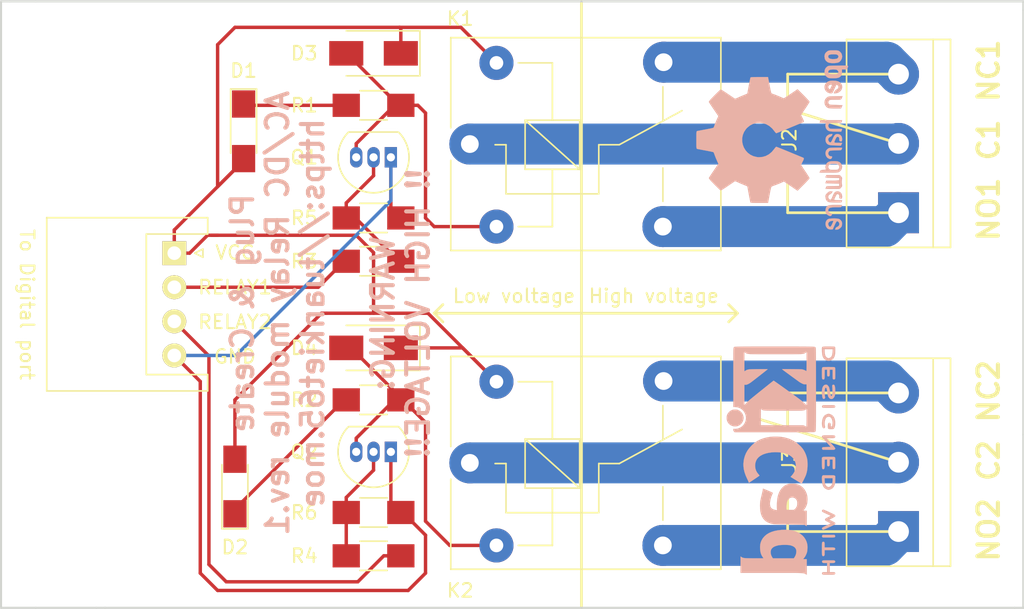
<source format=kicad_pcb>
(kicad_pcb (version 4) (host pcbnew 4.0.7)

  (general
    (links 30)
    (no_connects 0)
    (area 104.064999 89.443809 179.145001 138.791191)
    (thickness 1.6)
    (drawings 43)
    (tracks 108)
    (zones 0)
    (modules 19)
    (nets 17)
  )

  (page A4)
  (layers
    (0 F.Cu signal)
    (31 B.Cu signal)
    (32 B.Adhes user)
    (33 F.Adhes user)
    (34 B.Paste user)
    (35 F.Paste user)
    (36 B.SilkS user hide)
    (37 F.SilkS user)
    (38 B.Mask user)
    (39 F.Mask user)
    (40 Dwgs.User user)
    (41 Cmts.User user)
    (42 Eco1.User user)
    (43 Eco2.User user)
    (44 Edge.Cuts user)
    (45 Margin user)
    (46 B.CrtYd user)
    (47 F.CrtYd user)
    (48 B.Fab user)
    (49 F.Fab user hide)
  )

  (setup
    (last_trace_width 0.75)
    (user_trace_width 0.75)
    (user_trace_width 3)
    (trace_clearance 0.2)
    (zone_clearance 0.508)
    (zone_45_only no)
    (trace_min 0.2)
    (segment_width 0.2)
    (edge_width 0.15)
    (via_size 0.6)
    (via_drill 0.4)
    (via_min_size 0.4)
    (via_min_drill 0.3)
    (uvia_size 0.3)
    (uvia_drill 0.1)
    (uvias_allowed no)
    (uvia_min_size 0.2)
    (uvia_min_drill 0.1)
    (pcb_text_width 0.3)
    (pcb_text_size 1.5 1.5)
    (mod_edge_width 0.15)
    (mod_text_size 1 1)
    (mod_text_width 0.15)
    (pad_size 1.524 1.524)
    (pad_drill 0.762)
    (pad_to_mask_clearance 0.2)
    (aux_axis_origin 104.14 137.16)
    (visible_elements FFFEFF7F)
    (pcbplotparams
      (layerselection 0x010fc_80000001)
      (usegerberextensions true)
      (excludeedgelayer true)
      (linewidth 0.150000)
      (plotframeref false)
      (viasonmask false)
      (mode 1)
      (useauxorigin true)
      (hpglpennumber 1)
      (hpglpenspeed 20)
      (hpglpendiameter 15)
      (hpglpenoverlay 2)
      (psnegative false)
      (psa4output false)
      (plotreference true)
      (plotvalue false)
      (plotinvisibletext false)
      (padsonsilk false)
      (subtractmaskfromsilk true)
      (outputformat 1)
      (mirror false)
      (drillshape 0)
      (scaleselection 1)
      (outputdirectory ../gerber/relay_2x/))
  )

  (net 0 "")
  (net 1 +5V)
  (net 2 /RELAY1)
  (net 3 /RELAY2)
  (net 4 "Net-(J2-Pad1)")
  (net 5 "Net-(J2-Pad2)")
  (net 6 "Net-(J3-Pad1)")
  (net 7 "Net-(J3-Pad2)")
  (net 8 "Net-(Q1-Pad2)")
  (net 9 GND)
  (net 10 "Net-(Q2-Pad2)")
  (net 11 "Net-(J2-Pad3)")
  (net 12 "Net-(J3-Pad3)")
  (net 13 "Net-(D3-Pad2)")
  (net 14 "Net-(D4-Pad2)")
  (net 15 "Net-(D1-Pad1)")
  (net 16 "Net-(D2-Pad1)")

  (net_class Default "This is the default net class."
    (clearance 0.2)
    (trace_width 0.25)
    (via_dia 0.6)
    (via_drill 0.4)
    (uvia_dia 0.3)
    (uvia_drill 0.1)
    (add_net +5V)
    (add_net /RELAY1)
    (add_net /RELAY2)
    (add_net GND)
    (add_net "Net-(D1-Pad1)")
    (add_net "Net-(D2-Pad1)")
    (add_net "Net-(D3-Pad2)")
    (add_net "Net-(D4-Pad2)")
    (add_net "Net-(J2-Pad1)")
    (add_net "Net-(J2-Pad2)")
    (add_net "Net-(J2-Pad3)")
    (add_net "Net-(J3-Pad1)")
    (add_net "Net-(J3-Pad2)")
    (add_net "Net-(J3-Pad3)")
    (add_net "Net-(Q1-Pad2)")
    (add_net "Net-(Q2-Pad2)")
  )

  (module Connectors_Terminal_Blocks:TerminalBlock_bornier-3_P5.08mm (layer F.Cu) (tedit 5A800496) (tstamp 5A8004B5)
    (at 169.926 131.572 90)
    (descr "simple 3-pin terminal block, pitch 5.08mm, revamped version of bornier3")
    (tags "terminal block bornier3")
    (path /5A7CA29A)
    (fp_text reference J3 (at 5.207 -8.001 90) (layer F.SilkS)
      (effects (font (size 1 1) (thickness 0.15)))
    )
    (fp_text value Conn_01x03 (at 5.08 5.08 90) (layer F.Fab)
      (effects (font (size 1 1) (thickness 0.15)))
    )
    (fp_text user %R (at 5.08 0 90) (layer F.Fab)
      (effects (font (size 1 1) (thickness 0.15)))
    )
    (fp_line (start -2.47 2.55) (end 12.63 2.55) (layer F.Fab) (width 0.1))
    (fp_line (start -2.47 -3.75) (end 12.63 -3.75) (layer F.Fab) (width 0.1))
    (fp_line (start 12.63 -3.75) (end 12.63 3.75) (layer F.Fab) (width 0.1))
    (fp_line (start 12.63 3.75) (end -2.47 3.75) (layer F.Fab) (width 0.1))
    (fp_line (start -2.47 3.75) (end -2.47 -3.75) (layer F.Fab) (width 0.1))
    (fp_line (start -2.54 3.81) (end -2.54 -3.81) (layer F.SilkS) (width 0.12))
    (fp_line (start 12.7 3.81) (end 12.7 -3.81) (layer F.SilkS) (width 0.12))
    (fp_line (start -2.54 2.54) (end 12.7 2.54) (layer F.SilkS) (width 0.12))
    (fp_line (start -2.54 -3.81) (end 12.7 -3.81) (layer F.SilkS) (width 0.12))
    (fp_line (start -2.54 3.81) (end 12.7 3.81) (layer F.SilkS) (width 0.12))
    (fp_line (start -2.72 -4) (end 12.88 -4) (layer F.CrtYd) (width 0.05))
    (fp_line (start -2.72 -4) (end -2.72 4) (layer F.CrtYd) (width 0.05))
    (fp_line (start 12.88 4) (end 12.88 -4) (layer F.CrtYd) (width 0.05))
    (fp_line (start 12.88 4) (end -2.72 4) (layer F.CrtYd) (width 0.05))
    (pad 1 thru_hole rect (at 0 0 90) (size 3 3) (drill 1.52) (layers *.Cu *.Mask)
      (net 6 "Net-(J3-Pad1)"))
    (pad 2 thru_hole circle (at 5.08 0 90) (size 3 3) (drill 1.52) (layers *.Cu *.Mask)
      (net 7 "Net-(J3-Pad2)"))
    (pad 3 thru_hole circle (at 10.16 0 90) (size 3 3) (drill 1.52) (layers *.Cu *.Mask)
      (net 12 "Net-(J3-Pad3)"))
    (model ${KISYS3DMOD}/Terminal_Blocks.3dshapes/TerminalBlock_bornier-3_P5.08mm.wrl
      (at (xyz 0.2 0 0))
      (scale (xyz 1 1 1))
      (rotate (xyz 0 0 0))
    )
  )

  (module LEDs:LED_1206_HandSoldering (layer F.Cu) (tedit 595FC724) (tstamp 5A7D6654)
    (at 121.92 102.235 270)
    (descr "LED SMD 1206, hand soldering")
    (tags "LED 1206")
    (path /5A7DA852)
    (attr smd)
    (fp_text reference D1 (at -4.445 0 540) (layer F.SilkS)
      (effects (font (size 1 1) (thickness 0.15)))
    )
    (fp_text value LED (at 0 1.9 270) (layer F.Fab)
      (effects (font (size 1 1) (thickness 0.15)))
    )
    (fp_line (start -3.1 -0.95) (end -3.1 0.95) (layer F.SilkS) (width 0.12))
    (fp_line (start -0.4 0) (end 0.2 -0.4) (layer F.Fab) (width 0.1))
    (fp_line (start 0.2 -0.4) (end 0.2 0.4) (layer F.Fab) (width 0.1))
    (fp_line (start 0.2 0.4) (end -0.4 0) (layer F.Fab) (width 0.1))
    (fp_line (start -0.45 -0.4) (end -0.45 0.4) (layer F.Fab) (width 0.1))
    (fp_line (start -1.6 0.8) (end -1.6 -0.8) (layer F.Fab) (width 0.1))
    (fp_line (start 1.6 0.8) (end -1.6 0.8) (layer F.Fab) (width 0.1))
    (fp_line (start 1.6 -0.8) (end 1.6 0.8) (layer F.Fab) (width 0.1))
    (fp_line (start -1.6 -0.8) (end 1.6 -0.8) (layer F.Fab) (width 0.1))
    (fp_line (start -3.1 0.95) (end 1.6 0.95) (layer F.SilkS) (width 0.12))
    (fp_line (start -3.1 -0.95) (end 1.6 -0.95) (layer F.SilkS) (width 0.12))
    (fp_line (start -3.25 -1.11) (end 3.25 -1.11) (layer F.CrtYd) (width 0.05))
    (fp_line (start -3.25 -1.11) (end -3.25 1.1) (layer F.CrtYd) (width 0.05))
    (fp_line (start 3.25 1.1) (end 3.25 -1.11) (layer F.CrtYd) (width 0.05))
    (fp_line (start 3.25 1.1) (end -3.25 1.1) (layer F.CrtYd) (width 0.05))
    (pad 1 smd rect (at -2 0 270) (size 2 1.7) (layers F.Cu F.Paste F.Mask)
      (net 15 "Net-(D1-Pad1)"))
    (pad 2 smd rect (at 2 0 270) (size 2 1.7) (layers F.Cu F.Paste F.Mask)
      (net 1 +5V))
    (model ${KISYS3DMOD}/LEDs.3dshapes/LED_1206.wrl
      (at (xyz 0 0 0))
      (scale (xyz 1 1 1))
      (rotate (xyz 0 0 180))
    )
  )

  (module LEDs:LED_1206_HandSoldering (layer F.Cu) (tedit 595FC724) (tstamp 5A7D665A)
    (at 121.285 128.27 90)
    (descr "LED SMD 1206, hand soldering")
    (tags "LED 1206")
    (path /5A7CA2A6)
    (attr smd)
    (fp_text reference D2 (at -4.445 0 180) (layer F.SilkS)
      (effects (font (size 1 1) (thickness 0.15)))
    )
    (fp_text value LED (at 0 1.9 90) (layer F.Fab)
      (effects (font (size 1 1) (thickness 0.15)))
    )
    (fp_line (start -3.1 -0.95) (end -3.1 0.95) (layer F.SilkS) (width 0.12))
    (fp_line (start -0.4 0) (end 0.2 -0.4) (layer F.Fab) (width 0.1))
    (fp_line (start 0.2 -0.4) (end 0.2 0.4) (layer F.Fab) (width 0.1))
    (fp_line (start 0.2 0.4) (end -0.4 0) (layer F.Fab) (width 0.1))
    (fp_line (start -0.45 -0.4) (end -0.45 0.4) (layer F.Fab) (width 0.1))
    (fp_line (start -1.6 0.8) (end -1.6 -0.8) (layer F.Fab) (width 0.1))
    (fp_line (start 1.6 0.8) (end -1.6 0.8) (layer F.Fab) (width 0.1))
    (fp_line (start 1.6 -0.8) (end 1.6 0.8) (layer F.Fab) (width 0.1))
    (fp_line (start -1.6 -0.8) (end 1.6 -0.8) (layer F.Fab) (width 0.1))
    (fp_line (start -3.1 0.95) (end 1.6 0.95) (layer F.SilkS) (width 0.12))
    (fp_line (start -3.1 -0.95) (end 1.6 -0.95) (layer F.SilkS) (width 0.12))
    (fp_line (start -3.25 -1.11) (end 3.25 -1.11) (layer F.CrtYd) (width 0.05))
    (fp_line (start -3.25 -1.11) (end -3.25 1.1) (layer F.CrtYd) (width 0.05))
    (fp_line (start 3.25 1.1) (end 3.25 -1.11) (layer F.CrtYd) (width 0.05))
    (fp_line (start 3.25 1.1) (end -3.25 1.1) (layer F.CrtYd) (width 0.05))
    (pad 1 smd rect (at -2 0 90) (size 2 1.7) (layers F.Cu F.Paste F.Mask)
      (net 16 "Net-(D2-Pad1)"))
    (pad 2 smd rect (at 2 0 90) (size 2 1.7) (layers F.Cu F.Paste F.Mask)
      (net 1 +5V))
    (model ${KISYS3DMOD}/LEDs.3dshapes/LED_1206.wrl
      (at (xyz 0 0 0))
      (scale (xyz 1 1 1))
      (rotate (xyz 0 0 180))
    )
  )

  (module Connectors_Terminal_Blocks:TerminalBlock_bornier-3_P5.08mm (layer F.Cu) (tedit 59FF03B9) (tstamp 5A7D6674)
    (at 169.926 108.204 90)
    (descr "simple 3-pin terminal block, pitch 5.08mm, revamped version of bornier3")
    (tags "terminal block bornier3")
    (path /5A7DA846)
    (fp_text reference J2 (at 5.334 -8.001 90) (layer F.SilkS)
      (effects (font (size 1 1) (thickness 0.15)))
    )
    (fp_text value Conn_01x03 (at 5.08 5.08 90) (layer F.Fab)
      (effects (font (size 1 1) (thickness 0.15)))
    )
    (fp_text user %R (at 5.08 0 90) (layer F.Fab)
      (effects (font (size 1 1) (thickness 0.15)))
    )
    (fp_line (start -2.47 2.55) (end 12.63 2.55) (layer F.Fab) (width 0.1))
    (fp_line (start -2.47 -3.75) (end 12.63 -3.75) (layer F.Fab) (width 0.1))
    (fp_line (start 12.63 -3.75) (end 12.63 3.75) (layer F.Fab) (width 0.1))
    (fp_line (start 12.63 3.75) (end -2.47 3.75) (layer F.Fab) (width 0.1))
    (fp_line (start -2.47 3.75) (end -2.47 -3.75) (layer F.Fab) (width 0.1))
    (fp_line (start -2.54 3.81) (end -2.54 -3.81) (layer F.SilkS) (width 0.12))
    (fp_line (start 12.7 3.81) (end 12.7 -3.81) (layer F.SilkS) (width 0.12))
    (fp_line (start -2.54 2.54) (end 12.7 2.54) (layer F.SilkS) (width 0.12))
    (fp_line (start -2.54 -3.81) (end 12.7 -3.81) (layer F.SilkS) (width 0.12))
    (fp_line (start -2.54 3.81) (end 12.7 3.81) (layer F.SilkS) (width 0.12))
    (fp_line (start -2.72 -4) (end 12.88 -4) (layer F.CrtYd) (width 0.05))
    (fp_line (start -2.72 -4) (end -2.72 4) (layer F.CrtYd) (width 0.05))
    (fp_line (start 12.88 4) (end 12.88 -4) (layer F.CrtYd) (width 0.05))
    (fp_line (start 12.88 4) (end -2.72 4) (layer F.CrtYd) (width 0.05))
    (pad 1 thru_hole rect (at 0 0 90) (size 3 3) (drill 1.52) (layers *.Cu *.Mask)
      (net 4 "Net-(J2-Pad1)"))
    (pad 2 thru_hole circle (at 5.08 0 90) (size 3 3) (drill 1.52) (layers *.Cu *.Mask)
      (net 5 "Net-(J2-Pad2)"))
    (pad 3 thru_hole circle (at 10.16 0 90) (size 3 3) (drill 1.52) (layers *.Cu *.Mask)
      (net 11 "Net-(J2-Pad3)"))
    (model ${KISYS3DMOD}/Terminal_Blocks.3dshapes/TerminalBlock_bornier-3_P5.08mm.wrl
      (at (xyz 0.2 0 0))
      (scale (xyz 1 1 1))
      (rotate (xyz 0 0 0))
    )
  )

  (module Resistors_SMD:R_1206_HandSoldering (layer F.Cu) (tedit 58E0A804) (tstamp 5A7D66A1)
    (at 131.445 100.33 180)
    (descr "Resistor SMD 1206, hand soldering")
    (tags "resistor 1206")
    (path /5A7DA84C)
    (attr smd)
    (fp_text reference R1 (at 5.08 0 180) (layer F.SilkS)
      (effects (font (size 1 1) (thickness 0.15)))
    )
    (fp_text value 220 (at 0 1.9 180) (layer F.Fab)
      (effects (font (size 1 1) (thickness 0.15)))
    )
    (fp_text user %R (at 0 0 180) (layer F.Fab)
      (effects (font (size 0.7 0.7) (thickness 0.105)))
    )
    (fp_line (start -1.6 0.8) (end -1.6 -0.8) (layer F.Fab) (width 0.1))
    (fp_line (start 1.6 0.8) (end -1.6 0.8) (layer F.Fab) (width 0.1))
    (fp_line (start 1.6 -0.8) (end 1.6 0.8) (layer F.Fab) (width 0.1))
    (fp_line (start -1.6 -0.8) (end 1.6 -0.8) (layer F.Fab) (width 0.1))
    (fp_line (start 1 1.07) (end -1 1.07) (layer F.SilkS) (width 0.12))
    (fp_line (start -1 -1.07) (end 1 -1.07) (layer F.SilkS) (width 0.12))
    (fp_line (start -3.25 -1.11) (end 3.25 -1.11) (layer F.CrtYd) (width 0.05))
    (fp_line (start -3.25 -1.11) (end -3.25 1.1) (layer F.CrtYd) (width 0.05))
    (fp_line (start 3.25 1.1) (end 3.25 -1.11) (layer F.CrtYd) (width 0.05))
    (fp_line (start 3.25 1.1) (end -3.25 1.1) (layer F.CrtYd) (width 0.05))
    (pad 1 smd rect (at -2 0 180) (size 2 1.7) (layers F.Cu F.Paste F.Mask)
      (net 13 "Net-(D3-Pad2)"))
    (pad 2 smd rect (at 2 0 180) (size 2 1.7) (layers F.Cu F.Paste F.Mask)
      (net 15 "Net-(D1-Pad1)"))
    (model ${KISYS3DMOD}/Resistors_SMD.3dshapes/R_1206.wrl
      (at (xyz 0 0 0))
      (scale (xyz 1 1 1))
      (rotate (xyz 0 0 0))
    )
  )

  (module Resistors_SMD:R_1206_HandSoldering (layer F.Cu) (tedit 58E0A804) (tstamp 5A7D66A7)
    (at 131.445 121.92 180)
    (descr "Resistor SMD 1206, hand soldering")
    (tags "resistor 1206")
    (path /5A7CA2A0)
    (attr smd)
    (fp_text reference R2 (at 5.08 0 180) (layer F.SilkS)
      (effects (font (size 1 1) (thickness 0.15)))
    )
    (fp_text value 220 (at 0 1.9 180) (layer F.Fab)
      (effects (font (size 1 1) (thickness 0.15)))
    )
    (fp_text user %R (at 0 0 180) (layer F.Fab)
      (effects (font (size 0.7 0.7) (thickness 0.105)))
    )
    (fp_line (start -1.6 0.8) (end -1.6 -0.8) (layer F.Fab) (width 0.1))
    (fp_line (start 1.6 0.8) (end -1.6 0.8) (layer F.Fab) (width 0.1))
    (fp_line (start 1.6 -0.8) (end 1.6 0.8) (layer F.Fab) (width 0.1))
    (fp_line (start -1.6 -0.8) (end 1.6 -0.8) (layer F.Fab) (width 0.1))
    (fp_line (start 1 1.07) (end -1 1.07) (layer F.SilkS) (width 0.12))
    (fp_line (start -1 -1.07) (end 1 -1.07) (layer F.SilkS) (width 0.12))
    (fp_line (start -3.25 -1.11) (end 3.25 -1.11) (layer F.CrtYd) (width 0.05))
    (fp_line (start -3.25 -1.11) (end -3.25 1.1) (layer F.CrtYd) (width 0.05))
    (fp_line (start 3.25 1.1) (end 3.25 -1.11) (layer F.CrtYd) (width 0.05))
    (fp_line (start 3.25 1.1) (end -3.25 1.1) (layer F.CrtYd) (width 0.05))
    (pad 1 smd rect (at -2 0 180) (size 2 1.7) (layers F.Cu F.Paste F.Mask)
      (net 14 "Net-(D4-Pad2)"))
    (pad 2 smd rect (at 2 0 180) (size 2 1.7) (layers F.Cu F.Paste F.Mask)
      (net 16 "Net-(D2-Pad1)"))
    (model ${KISYS3DMOD}/Resistors_SMD.3dshapes/R_1206.wrl
      (at (xyz 0 0 0))
      (scale (xyz 1 1 1))
      (rotate (xyz 0 0 0))
    )
  )

  (module Resistors_SMD:R_1206_HandSoldering (layer F.Cu) (tedit 58E0A804) (tstamp 5A7D66AD)
    (at 131.445 111.76 180)
    (descr "Resistor SMD 1206, hand soldering")
    (tags "resistor 1206")
    (path /5A7DA834)
    (attr smd)
    (fp_text reference R3 (at 5.08 0 360) (layer F.SilkS)
      (effects (font (size 1 1) (thickness 0.15)))
    )
    (fp_text value 1k (at 0 1.9 180) (layer F.Fab)
      (effects (font (size 1 1) (thickness 0.15)))
    )
    (fp_text user %R (at 0 0 180) (layer F.Fab)
      (effects (font (size 0.7 0.7) (thickness 0.105)))
    )
    (fp_line (start -1.6 0.8) (end -1.6 -0.8) (layer F.Fab) (width 0.1))
    (fp_line (start 1.6 0.8) (end -1.6 0.8) (layer F.Fab) (width 0.1))
    (fp_line (start 1.6 -0.8) (end 1.6 0.8) (layer F.Fab) (width 0.1))
    (fp_line (start -1.6 -0.8) (end 1.6 -0.8) (layer F.Fab) (width 0.1))
    (fp_line (start 1 1.07) (end -1 1.07) (layer F.SilkS) (width 0.12))
    (fp_line (start -1 -1.07) (end 1 -1.07) (layer F.SilkS) (width 0.12))
    (fp_line (start -3.25 -1.11) (end 3.25 -1.11) (layer F.CrtYd) (width 0.05))
    (fp_line (start -3.25 -1.11) (end -3.25 1.1) (layer F.CrtYd) (width 0.05))
    (fp_line (start 3.25 1.1) (end 3.25 -1.11) (layer F.CrtYd) (width 0.05))
    (fp_line (start 3.25 1.1) (end -3.25 1.1) (layer F.CrtYd) (width 0.05))
    (pad 1 smd rect (at -2 0 180) (size 2 1.7) (layers F.Cu F.Paste F.Mask)
      (net 8 "Net-(Q1-Pad2)"))
    (pad 2 smd rect (at 2 0 180) (size 2 1.7) (layers F.Cu F.Paste F.Mask)
      (net 2 /RELAY1))
    (model ${KISYS3DMOD}/Resistors_SMD.3dshapes/R_1206.wrl
      (at (xyz 0 0 0))
      (scale (xyz 1 1 1))
      (rotate (xyz 0 0 0))
    )
  )

  (module Resistors_SMD:R_1206_HandSoldering (layer F.Cu) (tedit 58E0A804) (tstamp 5A7D66B3)
    (at 131.445 133.35)
    (descr "Resistor SMD 1206, hand soldering")
    (tags "resistor 1206")
    (path /5A7CA288)
    (attr smd)
    (fp_text reference R4 (at -5.08 0) (layer F.SilkS)
      (effects (font (size 1 1) (thickness 0.15)))
    )
    (fp_text value 1k (at 0 1.9) (layer F.Fab)
      (effects (font (size 1 1) (thickness 0.15)))
    )
    (fp_text user %R (at 0 0) (layer F.Fab)
      (effects (font (size 0.7 0.7) (thickness 0.105)))
    )
    (fp_line (start -1.6 0.8) (end -1.6 -0.8) (layer F.Fab) (width 0.1))
    (fp_line (start 1.6 0.8) (end -1.6 0.8) (layer F.Fab) (width 0.1))
    (fp_line (start 1.6 -0.8) (end 1.6 0.8) (layer F.Fab) (width 0.1))
    (fp_line (start -1.6 -0.8) (end 1.6 -0.8) (layer F.Fab) (width 0.1))
    (fp_line (start 1 1.07) (end -1 1.07) (layer F.SilkS) (width 0.12))
    (fp_line (start -1 -1.07) (end 1 -1.07) (layer F.SilkS) (width 0.12))
    (fp_line (start -3.25 -1.11) (end 3.25 -1.11) (layer F.CrtYd) (width 0.05))
    (fp_line (start -3.25 -1.11) (end -3.25 1.1) (layer F.CrtYd) (width 0.05))
    (fp_line (start 3.25 1.1) (end 3.25 -1.11) (layer F.CrtYd) (width 0.05))
    (fp_line (start 3.25 1.1) (end -3.25 1.1) (layer F.CrtYd) (width 0.05))
    (pad 1 smd rect (at -2 0) (size 2 1.7) (layers F.Cu F.Paste F.Mask)
      (net 10 "Net-(Q2-Pad2)"))
    (pad 2 smd rect (at 2 0) (size 2 1.7) (layers F.Cu F.Paste F.Mask)
      (net 3 /RELAY2))
    (model ${KISYS3DMOD}/Resistors_SMD.3dshapes/R_1206.wrl
      (at (xyz 0 0 0))
      (scale (xyz 1 1 1))
      (rotate (xyz 0 0 0))
    )
  )

  (module Resistors_SMD:R_1206_HandSoldering (layer F.Cu) (tedit 58E0A804) (tstamp 5A7D66B9)
    (at 131.445 108.585 180)
    (descr "Resistor SMD 1206, hand soldering")
    (tags "resistor 1206")
    (path /5A7DA840)
    (attr smd)
    (fp_text reference R5 (at 5.08 0 180) (layer F.SilkS)
      (effects (font (size 1 1) (thickness 0.15)))
    )
    (fp_text value 10k (at 0 1.9 180) (layer F.Fab)
      (effects (font (size 1 1) (thickness 0.15)))
    )
    (fp_text user %R (at 0 0 180) (layer F.Fab)
      (effects (font (size 0.7 0.7) (thickness 0.105)))
    )
    (fp_line (start -1.6 0.8) (end -1.6 -0.8) (layer F.Fab) (width 0.1))
    (fp_line (start 1.6 0.8) (end -1.6 0.8) (layer F.Fab) (width 0.1))
    (fp_line (start 1.6 -0.8) (end 1.6 0.8) (layer F.Fab) (width 0.1))
    (fp_line (start -1.6 -0.8) (end 1.6 -0.8) (layer F.Fab) (width 0.1))
    (fp_line (start 1 1.07) (end -1 1.07) (layer F.SilkS) (width 0.12))
    (fp_line (start -1 -1.07) (end 1 -1.07) (layer F.SilkS) (width 0.12))
    (fp_line (start -3.25 -1.11) (end 3.25 -1.11) (layer F.CrtYd) (width 0.05))
    (fp_line (start -3.25 -1.11) (end -3.25 1.1) (layer F.CrtYd) (width 0.05))
    (fp_line (start 3.25 1.1) (end 3.25 -1.11) (layer F.CrtYd) (width 0.05))
    (fp_line (start 3.25 1.1) (end -3.25 1.1) (layer F.CrtYd) (width 0.05))
    (pad 1 smd rect (at -2 0 180) (size 2 1.7) (layers F.Cu F.Paste F.Mask)
      (net 9 GND))
    (pad 2 smd rect (at 2 0 180) (size 2 1.7) (layers F.Cu F.Paste F.Mask)
      (net 8 "Net-(Q1-Pad2)"))
    (model ${KISYS3DMOD}/Resistors_SMD.3dshapes/R_1206.wrl
      (at (xyz 0 0 0))
      (scale (xyz 1 1 1))
      (rotate (xyz 0 0 0))
    )
  )

  (module Resistors_SMD:R_1206_HandSoldering (layer F.Cu) (tedit 58E0A804) (tstamp 5A7D66BF)
    (at 131.445 130.175 180)
    (descr "Resistor SMD 1206, hand soldering")
    (tags "resistor 1206")
    (path /5A7CA294)
    (attr smd)
    (fp_text reference R6 (at 5.08 0 180) (layer F.SilkS)
      (effects (font (size 1 1) (thickness 0.15)))
    )
    (fp_text value 10k (at 0 1.9 180) (layer F.Fab)
      (effects (font (size 1 1) (thickness 0.15)))
    )
    (fp_text user %R (at 0 0 180) (layer F.Fab)
      (effects (font (size 0.7 0.7) (thickness 0.105)))
    )
    (fp_line (start -1.6 0.8) (end -1.6 -0.8) (layer F.Fab) (width 0.1))
    (fp_line (start 1.6 0.8) (end -1.6 0.8) (layer F.Fab) (width 0.1))
    (fp_line (start 1.6 -0.8) (end 1.6 0.8) (layer F.Fab) (width 0.1))
    (fp_line (start -1.6 -0.8) (end 1.6 -0.8) (layer F.Fab) (width 0.1))
    (fp_line (start 1 1.07) (end -1 1.07) (layer F.SilkS) (width 0.12))
    (fp_line (start -1 -1.07) (end 1 -1.07) (layer F.SilkS) (width 0.12))
    (fp_line (start -3.25 -1.11) (end 3.25 -1.11) (layer F.CrtYd) (width 0.05))
    (fp_line (start -3.25 -1.11) (end -3.25 1.1) (layer F.CrtYd) (width 0.05))
    (fp_line (start 3.25 1.1) (end 3.25 -1.11) (layer F.CrtYd) (width 0.05))
    (fp_line (start 3.25 1.1) (end -3.25 1.1) (layer F.CrtYd) (width 0.05))
    (pad 1 smd rect (at -2 0 180) (size 2 1.7) (layers F.Cu F.Paste F.Mask)
      (net 9 GND))
    (pad 2 smd rect (at 2 0 180) (size 2 1.7) (layers F.Cu F.Paste F.Mask)
      (net 10 "Net-(Q2-Pad2)"))
    (model ${KISYS3DMOD}/Resistors_SMD.3dshapes/R_1206.wrl
      (at (xyz 0 0 0))
      (scale (xyz 1 1 1))
      (rotate (xyz 0 0 0))
    )
  )

  (module Connectors_JST:JST_XH_S04B-XH-A_04x2.50mm_Angled (layer F.Cu) (tedit 5A805539) (tstamp 5A7D6978)
    (at 116.84 111.165 270)
    (descr "JST XH series connector, S04B-XH-A, side entry type, through hole")
    (tags "connector jst xh tht side horizontal angled 2.50mm")
    (path /5A7A14A2)
    (fp_text reference J1 (at 3.75 -3.5 270) (layer F.SilkS) hide
      (effects (font (size 1 1) (thickness 0.15)))
    )
    (fp_text value Conn_01x04 (at 3.75 10.3 270) (layer F.Fab)
      (effects (font (size 1 1) (thickness 0.15)))
    )
    (fp_line (start -2.45 -2.3) (end -2.45 9.2) (layer F.Fab) (width 0.1))
    (fp_line (start -2.45 9.2) (end 9.95 9.2) (layer F.Fab) (width 0.1))
    (fp_line (start 9.95 9.2) (end 9.95 -2.3) (layer F.Fab) (width 0.1))
    (fp_line (start 9.95 -2.3) (end -2.45 -2.3) (layer F.Fab) (width 0.1))
    (fp_line (start -2.95 -2.8) (end -2.95 9.7) (layer F.CrtYd) (width 0.05))
    (fp_line (start -2.95 9.7) (end 10.45 9.7) (layer F.CrtYd) (width 0.05))
    (fp_line (start 10.45 9.7) (end 10.45 -2.8) (layer F.CrtYd) (width 0.05))
    (fp_line (start 10.45 -2.8) (end -2.95 -2.8) (layer F.CrtYd) (width 0.05))
    (fp_line (start 3.75 9.35) (end -2.6 9.35) (layer F.SilkS) (width 0.12))
    (fp_line (start -2.6 9.35) (end -2.6 -2.45) (layer F.SilkS) (width 0.12))
    (fp_line (start -2.6 -2.45) (end -1.4 -2.45) (layer F.SilkS) (width 0.12))
    (fp_line (start -1.4 -2.45) (end -1.4 2.05) (layer F.SilkS) (width 0.12))
    (fp_line (start -1.4 2.05) (end 3.75 2.05) (layer F.SilkS) (width 0.12))
    (fp_line (start 3.75 9.35) (end 10.1 9.35) (layer F.SilkS) (width 0.12))
    (fp_line (start 10.1 9.35) (end 10.1 -2.45) (layer F.SilkS) (width 0.12))
    (fp_line (start 10.1 -2.45) (end 8.9 -2.45) (layer F.SilkS) (width 0.12))
    (fp_line (start 8.9 -2.45) (end 8.9 2.05) (layer F.SilkS) (width 0.12))
    (fp_line (start 8.9 2.05) (end 3.75 2.05) (layer F.SilkS) (width 0.12))
    (fp_line (start -0.25 3.45) (end -0.25 8.7) (layer F.Fab) (width 0.1))
    (fp_line (start -0.25 8.7) (end 0.25 8.7) (layer F.Fab) (width 0.1))
    (fp_line (start 0.25 8.7) (end 0.25 3.45) (layer F.Fab) (width 0.1))
    (fp_line (start 0.25 3.45) (end -0.25 3.45) (layer F.Fab) (width 0.1))
    (fp_line (start 2.25 3.45) (end 2.25 8.7) (layer F.Fab) (width 0.1))
    (fp_line (start 2.25 8.7) (end 2.75 8.7) (layer F.Fab) (width 0.1))
    (fp_line (start 2.75 8.7) (end 2.75 3.45) (layer F.Fab) (width 0.1))
    (fp_line (start 2.75 3.45) (end 2.25 3.45) (layer F.Fab) (width 0.1))
    (fp_line (start 4.75 3.45) (end 4.75 8.7) (layer F.Fab) (width 0.1))
    (fp_line (start 4.75 8.7) (end 5.25 8.7) (layer F.Fab) (width 0.1))
    (fp_line (start 5.25 8.7) (end 5.25 3.45) (layer F.Fab) (width 0.1))
    (fp_line (start 5.25 3.45) (end 4.75 3.45) (layer F.Fab) (width 0.1))
    (fp_line (start 7.25 3.45) (end 7.25 8.7) (layer F.Fab) (width 0.1))
    (fp_line (start 7.25 8.7) (end 7.75 8.7) (layer F.Fab) (width 0.1))
    (fp_line (start 7.75 8.7) (end 7.75 3.45) (layer F.Fab) (width 0.1))
    (fp_line (start 7.75 3.45) (end 7.25 3.45) (layer F.Fab) (width 0.1))
    (fp_line (start 0 -1.5) (end -0.3 -2.1) (layer F.SilkS) (width 0.12))
    (fp_line (start -0.3 -2.1) (end 0.3 -2.1) (layer F.SilkS) (width 0.12))
    (fp_line (start 0.3 -2.1) (end 0 -1.5) (layer F.SilkS) (width 0.12))
    (fp_line (start 0 -1.5) (end -0.3 -2.1) (layer F.Fab) (width 0.1))
    (fp_line (start -0.3 -2.1) (end 0.3 -2.1) (layer F.Fab) (width 0.1))
    (fp_line (start 0.3 -2.1) (end 0 -1.5) (layer F.Fab) (width 0.1))
    (fp_text user %R (at 3.75 2.25 270) (layer F.Fab)
      (effects (font (size 1 1) (thickness 0.15)))
    )
    (pad 1 thru_hole rect (at 0 0 270) (size 1.75 1.75) (drill 1) (layers *.Cu *.Mask F.SilkS)
      (net 1 +5V))
    (pad 2 thru_hole circle (at 2.5 0 270) (size 1.75 1.75) (drill 1) (layers *.Cu *.Mask F.SilkS)
      (net 2 /RELAY1))
    (pad 3 thru_hole circle (at 5 0 270) (size 1.75 1.75) (drill 1) (layers *.Cu *.Mask F.SilkS)
      (net 3 /RELAY2))
    (pad 4 thru_hole circle (at 7.5 0 270) (size 1.75 1.75) (drill 1) (layers *.Cu *.Mask F.SilkS)
      (net 9 GND))
    (model Connectors_JST.3dshapes/JST_XH_S04B-XH-A_04x2.50mm_Angled.wrl
      (at (xyz 0 0 0))
      (scale (xyz 1 1 1))
      (rotate (xyz 0 0 0))
    )
  )

  (module Diodes_SMD:D_SMA (layer F.Cu) (tedit 586432E5) (tstamp 5A80067B)
    (at 131.445 96.52 180)
    (descr "Diode SMA (DO-214AC)")
    (tags "Diode SMA (DO-214AC)")
    (path /5A7DA822)
    (attr smd)
    (fp_text reference D3 (at 5.08 0 180) (layer F.SilkS)
      (effects (font (size 1 1) (thickness 0.15)))
    )
    (fp_text value 1N4007 (at 0 2.6 180) (layer F.Fab)
      (effects (font (size 1 1) (thickness 0.15)))
    )
    (fp_text user %R (at 0 -2.5 180) (layer F.Fab)
      (effects (font (size 1 1) (thickness 0.15)))
    )
    (fp_line (start -3.4 -1.65) (end -3.4 1.65) (layer F.SilkS) (width 0.12))
    (fp_line (start 2.3 1.5) (end -2.3 1.5) (layer F.Fab) (width 0.1))
    (fp_line (start -2.3 1.5) (end -2.3 -1.5) (layer F.Fab) (width 0.1))
    (fp_line (start 2.3 -1.5) (end 2.3 1.5) (layer F.Fab) (width 0.1))
    (fp_line (start 2.3 -1.5) (end -2.3 -1.5) (layer F.Fab) (width 0.1))
    (fp_line (start -3.5 -1.75) (end 3.5 -1.75) (layer F.CrtYd) (width 0.05))
    (fp_line (start 3.5 -1.75) (end 3.5 1.75) (layer F.CrtYd) (width 0.05))
    (fp_line (start 3.5 1.75) (end -3.5 1.75) (layer F.CrtYd) (width 0.05))
    (fp_line (start -3.5 1.75) (end -3.5 -1.75) (layer F.CrtYd) (width 0.05))
    (fp_line (start -0.64944 0.00102) (end -1.55114 0.00102) (layer F.Fab) (width 0.1))
    (fp_line (start 0.50118 0.00102) (end 1.4994 0.00102) (layer F.Fab) (width 0.1))
    (fp_line (start -0.64944 -0.79908) (end -0.64944 0.80112) (layer F.Fab) (width 0.1))
    (fp_line (start 0.50118 0.75032) (end 0.50118 -0.79908) (layer F.Fab) (width 0.1))
    (fp_line (start -0.64944 0.00102) (end 0.50118 0.75032) (layer F.Fab) (width 0.1))
    (fp_line (start -0.64944 0.00102) (end 0.50118 -0.79908) (layer F.Fab) (width 0.1))
    (fp_line (start -3.4 1.65) (end 2 1.65) (layer F.SilkS) (width 0.12))
    (fp_line (start -3.4 -1.65) (end 2 -1.65) (layer F.SilkS) (width 0.12))
    (pad 1 smd rect (at -2 0 180) (size 2.5 1.8) (layers F.Cu F.Paste F.Mask)
      (net 1 +5V))
    (pad 2 smd rect (at 2 0 180) (size 2.5 1.8) (layers F.Cu F.Paste F.Mask)
      (net 13 "Net-(D3-Pad2)"))
    (model ${KISYS3DMOD}/Diodes_SMD.3dshapes/D_SMA.wrl
      (at (xyz 0 0 0))
      (scale (xyz 1 1 1))
      (rotate (xyz 0 0 0))
    )
  )

  (module Diodes_SMD:D_SMA (layer F.Cu) (tedit 586432E5) (tstamp 5A800692)
    (at 131.445 118.11 180)
    (descr "Diode SMA (DO-214AC)")
    (tags "Diode SMA (DO-214AC)")
    (path /5A7CA26F)
    (attr smd)
    (fp_text reference D4 (at 5.08 0 180) (layer F.SilkS)
      (effects (font (size 1 1) (thickness 0.15)))
    )
    (fp_text value 1N4007 (at 0 2.6 180) (layer F.Fab)
      (effects (font (size 1 1) (thickness 0.15)))
    )
    (fp_text user %R (at 0 -2.5 180) (layer F.Fab)
      (effects (font (size 1 1) (thickness 0.15)))
    )
    (fp_line (start -3.4 -1.65) (end -3.4 1.65) (layer F.SilkS) (width 0.12))
    (fp_line (start 2.3 1.5) (end -2.3 1.5) (layer F.Fab) (width 0.1))
    (fp_line (start -2.3 1.5) (end -2.3 -1.5) (layer F.Fab) (width 0.1))
    (fp_line (start 2.3 -1.5) (end 2.3 1.5) (layer F.Fab) (width 0.1))
    (fp_line (start 2.3 -1.5) (end -2.3 -1.5) (layer F.Fab) (width 0.1))
    (fp_line (start -3.5 -1.75) (end 3.5 -1.75) (layer F.CrtYd) (width 0.05))
    (fp_line (start 3.5 -1.75) (end 3.5 1.75) (layer F.CrtYd) (width 0.05))
    (fp_line (start 3.5 1.75) (end -3.5 1.75) (layer F.CrtYd) (width 0.05))
    (fp_line (start -3.5 1.75) (end -3.5 -1.75) (layer F.CrtYd) (width 0.05))
    (fp_line (start -0.64944 0.00102) (end -1.55114 0.00102) (layer F.Fab) (width 0.1))
    (fp_line (start 0.50118 0.00102) (end 1.4994 0.00102) (layer F.Fab) (width 0.1))
    (fp_line (start -0.64944 -0.79908) (end -0.64944 0.80112) (layer F.Fab) (width 0.1))
    (fp_line (start 0.50118 0.75032) (end 0.50118 -0.79908) (layer F.Fab) (width 0.1))
    (fp_line (start -0.64944 0.00102) (end 0.50118 0.75032) (layer F.Fab) (width 0.1))
    (fp_line (start -0.64944 0.00102) (end 0.50118 -0.79908) (layer F.Fab) (width 0.1))
    (fp_line (start -3.4 1.65) (end 2 1.65) (layer F.SilkS) (width 0.12))
    (fp_line (start -3.4 -1.65) (end 2 -1.65) (layer F.SilkS) (width 0.12))
    (pad 1 smd rect (at -2 0 180) (size 2.5 1.8) (layers F.Cu F.Paste F.Mask)
      (net 1 +5V))
    (pad 2 smd rect (at 2 0 180) (size 2.5 1.8) (layers F.Cu F.Paste F.Mask)
      (net 14 "Net-(D4-Pad2)"))
    (model ${KISYS3DMOD}/Diodes_SMD.3dshapes/D_SMA.wrl
      (at (xyz 0 0 0))
      (scale (xyz 1 1 1))
      (rotate (xyz 0 0 0))
    )
  )

  (module TO_SOT_Packages_THT:TO-92_Inline_Narrow_Oval (layer F.Cu) (tedit 58CE52AF) (tstamp 5A99FD91)
    (at 132.715 104.14 180)
    (descr "TO-92 leads in-line, narrow, oval pads, drill 0.6mm (see NXP sot054_po.pdf)")
    (tags "to-92 sc-43 sc-43a sot54 PA33 transistor")
    (path /5A9BBFD6)
    (fp_text reference Q1 (at 6.35 0 360) (layer F.SilkS)
      (effects (font (size 1 1) (thickness 0.15)))
    )
    (fp_text value 2N3904 (at 1.27 2.79 180) (layer F.Fab)
      (effects (font (size 1 1) (thickness 0.15)))
    )
    (fp_text user %R (at 1.27 -3.56 180) (layer F.Fab)
      (effects (font (size 1 1) (thickness 0.15)))
    )
    (fp_line (start -0.53 1.85) (end 3.07 1.85) (layer F.SilkS) (width 0.12))
    (fp_line (start -0.5 1.75) (end 3 1.75) (layer F.Fab) (width 0.1))
    (fp_line (start -1.46 -2.73) (end 4 -2.73) (layer F.CrtYd) (width 0.05))
    (fp_line (start -1.46 -2.73) (end -1.46 2.01) (layer F.CrtYd) (width 0.05))
    (fp_line (start 4 2.01) (end 4 -2.73) (layer F.CrtYd) (width 0.05))
    (fp_line (start 4 2.01) (end -1.46 2.01) (layer F.CrtYd) (width 0.05))
    (fp_arc (start 1.27 0) (end 1.27 -2.48) (angle 135) (layer F.Fab) (width 0.1))
    (fp_arc (start 1.27 0) (end 1.27 -2.6) (angle -135) (layer F.SilkS) (width 0.12))
    (fp_arc (start 1.27 0) (end 1.27 -2.48) (angle -135) (layer F.Fab) (width 0.1))
    (fp_arc (start 1.27 0) (end 1.27 -2.6) (angle 135) (layer F.SilkS) (width 0.12))
    (pad 2 thru_hole oval (at 1.27 0) (size 0.9 1.5) (drill 0.6) (layers *.Cu *.Mask)
      (net 8 "Net-(Q1-Pad2)"))
    (pad 3 thru_hole oval (at 2.54 0) (size 0.9 1.5) (drill 0.6) (layers *.Cu *.Mask)
      (net 13 "Net-(D3-Pad2)"))
    (pad 1 thru_hole rect (at 0 0) (size 0.9 1.5) (drill 0.6) (layers *.Cu *.Mask)
      (net 9 GND))
    (model ${KISYS3DMOD}/TO_SOT_Packages_THT.3dshapes/TO-92_Inline_Narrow_Oval.wrl
      (at (xyz 0.05 0 0))
      (scale (xyz 1 1 1))
      (rotate (xyz 0 0 -90))
    )
  )

  (module TO_SOT_Packages_THT:TO-92_Inline_Narrow_Oval (layer F.Cu) (tedit 58CE52AF) (tstamp 5A99FD97)
    (at 132.715 125.73 180)
    (descr "TO-92 leads in-line, narrow, oval pads, drill 0.6mm (see NXP sot054_po.pdf)")
    (tags "to-92 sc-43 sc-43a sot54 PA33 transistor")
    (path /5A9BC1C9)
    (fp_text reference Q2 (at 6.35 0 180) (layer F.SilkS)
      (effects (font (size 1 1) (thickness 0.15)))
    )
    (fp_text value 2N3904 (at 1.27 2.79 180) (layer F.Fab)
      (effects (font (size 1 1) (thickness 0.15)))
    )
    (fp_text user %R (at 1.27 -3.56 180) (layer F.Fab)
      (effects (font (size 1 1) (thickness 0.15)))
    )
    (fp_line (start -0.53 1.85) (end 3.07 1.85) (layer F.SilkS) (width 0.12))
    (fp_line (start -0.5 1.75) (end 3 1.75) (layer F.Fab) (width 0.1))
    (fp_line (start -1.46 -2.73) (end 4 -2.73) (layer F.CrtYd) (width 0.05))
    (fp_line (start -1.46 -2.73) (end -1.46 2.01) (layer F.CrtYd) (width 0.05))
    (fp_line (start 4 2.01) (end 4 -2.73) (layer F.CrtYd) (width 0.05))
    (fp_line (start 4 2.01) (end -1.46 2.01) (layer F.CrtYd) (width 0.05))
    (fp_arc (start 1.27 0) (end 1.27 -2.48) (angle 135) (layer F.Fab) (width 0.1))
    (fp_arc (start 1.27 0) (end 1.27 -2.6) (angle -135) (layer F.SilkS) (width 0.12))
    (fp_arc (start 1.27 0) (end 1.27 -2.48) (angle -135) (layer F.Fab) (width 0.1))
    (fp_arc (start 1.27 0) (end 1.27 -2.6) (angle 135) (layer F.SilkS) (width 0.12))
    (pad 2 thru_hole oval (at 1.27 0) (size 0.9 1.5) (drill 0.6) (layers *.Cu *.Mask)
      (net 10 "Net-(Q2-Pad2)"))
    (pad 3 thru_hole oval (at 2.54 0) (size 0.9 1.5) (drill 0.6) (layers *.Cu *.Mask)
      (net 14 "Net-(D4-Pad2)"))
    (pad 1 thru_hole rect (at 0 0) (size 0.9 1.5) (drill 0.6) (layers *.Cu *.Mask)
      (net 9 GND))
    (model ${KISYS3DMOD}/TO_SOT_Packages_THT.3dshapes/TO-92_Inline_Narrow_Oval.wrl
      (at (xyz 0.05 0 0))
      (scale (xyz 1 1 1))
      (rotate (xyz 0 0 -90))
    )
  )

  (module Symbols:KiCad-Logo2_8mm_SilkScreen (layer B.Cu) (tedit 0) (tstamp 5A9A01B8)
    (at 161.29 126.365 270)
    (descr "KiCad Logo")
    (tags "Logo KiCad")
    (attr virtual)
    (fp_text reference REF*** (at 0 0 270) (layer B.SilkS) hide
      (effects (font (size 1 1) (thickness 0.15)) (justify mirror))
    )
    (fp_text value KiCad-Logo2_8mm_SilkScreen (at 0.75 0 270) (layer B.Fab) hide
      (effects (font (size 1 1) (thickness 0.15)) (justify mirror))
    )
    (fp_poly (pts (xy -8.149754 -3.020945) (xy -8.097189 -3.02148) (xy -7.943165 -3.025196) (xy -7.814171 -3.036235)
      (xy -7.705809 -3.055782) (xy -7.613684 -3.085019) (xy -7.533399 -3.125133) (xy -7.460558 -3.177305)
      (xy -7.434541 -3.199969) (xy -7.391383 -3.252998) (xy -7.352467 -3.324957) (xy -7.322473 -3.40472)
      (xy -7.306081 -3.481161) (xy -7.304378 -3.509408) (xy -7.315051 -3.58771) (xy -7.343653 -3.673241)
      (xy -7.385057 -3.754199) (xy -7.434141 -3.818782) (xy -7.442113 -3.826574) (xy -7.509646 -3.881344)
      (xy -7.583598 -3.924099) (xy -7.668234 -3.955959) (xy -7.767817 -3.978044) (xy -7.886612 -3.991474)
      (xy -8.02888 -3.99737) (xy -8.094046 -3.99787) (xy -8.176901 -3.997471) (xy -8.235169 -3.995802)
      (xy -8.274316 -3.992158) (xy -8.299809 -3.985829) (xy -8.317114 -3.97611) (xy -8.32639 -3.96781)
      (xy -8.335152 -3.957728) (xy -8.342025 -3.944721) (xy -8.347238 -3.925305) (xy -8.351019 -3.895996)
      (xy -8.353597 -3.853309) (xy -8.3552 -3.793761) (xy -8.356057 -3.713866) (xy -8.356397 -3.610141)
      (xy -8.356449 -3.509408) (xy -8.35678 -3.375055) (xy -8.356708 -3.267728) (xy -8.35543 -3.216331)
      (xy -8.161065 -3.216331) (xy -8.161065 -3.802485) (xy -8.037071 -3.802371) (xy -7.962461 -3.800232)
      (xy -7.884318 -3.794719) (xy -7.81912 -3.787008) (xy -7.817136 -3.786691) (xy -7.711763 -3.761214)
      (xy -7.630032 -3.721536) (xy -7.567862 -3.665074) (xy -7.52836 -3.603942) (xy -7.50402 -3.536129)
      (xy -7.505907 -3.472455) (xy -7.534155 -3.404201) (xy -7.589408 -3.333592) (xy -7.665973 -3.281271)
      (xy -7.765495 -3.246299) (xy -7.832007 -3.233922) (xy -7.907507 -3.22523) (xy -7.987525 -3.21894)
      (xy -8.055584 -3.216324) (xy -8.059615 -3.216312) (xy -8.161065 -3.216331) (xy -8.35543 -3.216331)
      (xy -8.354636 -3.184417) (xy -8.348961 -3.122115) (xy -8.338087 -3.077811) (xy -8.320414 -3.048496)
      (xy -8.294343 -3.031161) (xy -8.258275 -3.022797) (xy -8.210612 -3.020395) (xy -8.149754 -3.020945)) (layer B.SilkS) (width 0.01))
    (fp_poly (pts (xy -6.27443 -3.021052) (xy -6.182022 -3.021548) (xy -6.112273 -3.022701) (xy -6.061483 -3.02478)
      (xy -6.025951 -3.028051) (xy -6.001978 -3.032783) (xy -5.985864 -3.039243) (xy -5.973909 -3.047699)
      (xy -5.969579 -3.051591) (xy -5.943251 -3.09294) (xy -5.938511 -3.140452) (xy -5.95583 -3.182631)
      (xy -5.963839 -3.191156) (xy -5.976792 -3.199421) (xy -5.997648 -3.205797) (xy -6.030276 -3.210595)
      (xy -6.078542 -3.214124) (xy -6.146314 -3.216694) (xy -6.23746 -3.218617) (xy -6.320791 -3.219787)
      (xy -6.650592 -3.223846) (xy -6.659606 -3.396686) (xy -6.435742 -3.396686) (xy -6.338554 -3.397525)
      (xy -6.267403 -3.401032) (xy -6.218291 -3.408695) (xy -6.187217 -3.422003) (xy -6.170184 -3.442441)
      (xy -6.163192 -3.471499) (xy -6.16213 -3.498467) (xy -6.16543 -3.531557) (xy -6.177883 -3.55594)
      (xy -6.20332 -3.572889) (xy -6.245571 -3.583679) (xy -6.308466 -3.589584) (xy -6.395835 -3.591877)
      (xy -6.443521 -3.592071) (xy -6.658106 -3.592071) (xy -6.658106 -3.802485) (xy -6.327455 -3.802485)
      (xy -6.21907 -3.802636) (xy -6.136697 -3.803314) (xy -6.076289 -3.804856) (xy -6.033799 -3.807599)
      (xy -6.005181 -3.811881) (xy -5.986388 -3.818039) (xy -5.973374 -3.826409) (xy -5.966745 -3.832544)
      (xy -5.944007 -3.868349) (xy -5.936686 -3.900177) (xy -5.947139 -3.939054) (xy -5.966745 -3.96781)
      (xy -5.977205 -3.976863) (xy -5.990708 -3.983893) (xy -6.010886 -3.989154) (xy -6.041371 -3.992901)
      (xy -6.085795 -3.99539) (xy -6.147791 -3.996875) (xy -6.230991 -3.997611) (xy -6.339027 -3.997854)
      (xy -6.395089 -3.99787) (xy -6.515144 -3.997763) (xy -6.608774 -3.997275) (xy -6.679609 -3.996149)
      (xy -6.731281 -3.994131) (xy -6.767423 -3.990966) (xy -6.791668 -3.986399) (xy -6.807647 -3.980176)
      (xy -6.818993 -3.97204) (xy -6.823432 -3.96781) (xy -6.832217 -3.957696) (xy -6.839104 -3.944648)
      (xy -6.844321 -3.92517) (xy -6.848099 -3.895764) (xy -6.85067 -3.852934) (xy -6.852264 -3.793184)
      (xy -6.853111 -3.713017) (xy -6.853442 -3.608937) (xy -6.853491 -3.512028) (xy -6.853446 -3.387923)
      (xy -6.853134 -3.290366) (xy -6.852288 -3.215846) (xy -6.850642 -3.160851) (xy -6.847929 -3.12187)
      (xy -6.843883 -3.095393) (xy -6.838237 -3.077906) (xy -6.830726 -3.0659) (xy -6.821082 -3.055863)
      (xy -6.818706 -3.053626) (xy -6.807175 -3.043719) (xy -6.793778 -3.036048) (xy -6.774796 -3.030326)
      (xy -6.746515 -3.026268) (xy -6.705218 -3.023588) (xy -6.647188 -3.022002) (xy -6.568709 -3.021224)
      (xy -6.466066 -3.020968) (xy -6.393196 -3.020946) (xy -6.27443 -3.021052)) (layer B.SilkS) (width 0.01))
    (fp_poly (pts (xy -4.914988 -3.022657) (xy -4.815383 -3.02962) (xy -4.722744 -3.040495) (xy -4.642458 -3.054874)
      (xy -4.579908 -3.072346) (xy -4.540481 -3.092502) (xy -4.534429 -3.098435) (xy -4.513384 -3.144475)
      (xy -4.519766 -3.19174) (xy -4.552407 -3.232178) (xy -4.553964 -3.233337) (xy -4.573163 -3.245797)
      (xy -4.593205 -3.252349) (xy -4.62116 -3.253144) (xy -4.664099 -3.248336) (xy -4.729091 -3.238075)
      (xy -4.734319 -3.237211) (xy -4.831161 -3.225314) (xy -4.935644 -3.219445) (xy -5.040435 -3.219388)
      (xy -5.138202 -3.224927) (xy -5.221612 -3.235845) (xy -5.283333 -3.251925) (xy -5.287388 -3.253541)
      (xy -5.332164 -3.278629) (xy -5.347896 -3.304018) (xy -5.33558 -3.328987) (xy -5.296215 -3.352816)
      (xy -5.230798 -3.374782) (xy -5.140326 -3.394166) (xy -5.08 -3.403498) (xy -4.9546 -3.421449)
      (xy -4.854865 -3.437859) (xy -4.776546 -3.454148) (xy -4.715393 -3.471738) (xy -4.667159 -3.492049)
      (xy -4.627595 -3.516503) (xy -4.592452 -3.54652) (xy -4.564211 -3.575996) (xy -4.530708 -3.617067)
      (xy -4.514219 -3.652382) (xy -4.509063 -3.695893) (xy -4.508876 -3.711828) (xy -4.512748 -3.764705)
      (xy -4.528227 -3.804043) (xy -4.555015 -3.83896) (xy -4.609459 -3.892334) (xy -4.67017 -3.933038)
      (xy -4.741658 -3.9624) (xy -4.828436 -3.981747) (xy -4.935014 -3.992406) (xy -5.065903 -3.995705)
      (xy -5.087515 -3.995649) (xy -5.174798 -3.99384) (xy -5.261359 -3.989729) (xy -5.337762 -3.983906)
      (xy -5.39457 -3.976961) (xy -5.399164 -3.976164) (xy -5.455645 -3.962784) (xy -5.503552 -3.945882)
      (xy -5.530673 -3.930431) (xy -5.555911 -3.889666) (xy -5.557669 -3.842198) (xy -5.535912 -3.799895)
      (xy -5.531044 -3.795112) (xy -5.510922 -3.780899) (xy -5.485758 -3.774776) (xy -5.446813 -3.775818)
      (xy -5.399535 -3.781234) (xy -5.346705 -3.786073) (xy -5.272648 -3.790155) (xy -5.186191 -3.793118)
      (xy -5.096163 -3.794597) (xy -5.072485 -3.794694) (xy -4.982122 -3.79433) (xy -4.915989 -3.792576)
      (xy -4.868267 -3.788823) (xy -4.833138 -3.782463) (xy -4.804782 -3.772887) (xy -4.787741 -3.764911)
      (xy -4.750296 -3.742765) (xy -4.726421 -3.722708) (xy -4.722932 -3.717023) (xy -4.730293 -3.693545)
      (xy -4.765287 -3.670817) (xy -4.825488 -3.64987) (xy -4.908471 -3.631736) (xy -4.93292 -3.627697)
      (xy -5.060622 -3.607639) (xy -5.16254 -3.590874) (xy -5.242606 -3.576183) (xy -5.304754 -3.562348)
      (xy -5.352918 -3.548151) (xy -5.391032 -3.532373) (xy -5.42303 -3.513796) (xy -5.452844 -3.491202)
      (xy -5.48441 -3.463373) (xy -5.495032 -3.453616) (xy -5.532273 -3.417202) (xy -5.551987 -3.388352)
      (xy -5.559699 -3.355338) (xy -5.560947 -3.313735) (xy -5.547215 -3.232151) (xy -5.506178 -3.162834)
      (xy -5.43807 -3.106008) (xy -5.343127 -3.061897) (xy -5.275384 -3.042112) (xy -5.201759 -3.029333)
      (xy -5.113561 -3.022104) (xy -5.016176 -3.020015) (xy -4.914988 -3.022657)) (layer B.SilkS) (width 0.01))
    (fp_poly (pts (xy -3.892663 -3.051006) (xy -3.883901 -3.061088) (xy -3.877028 -3.074095) (xy -3.871815 -3.093511)
      (xy -3.868034 -3.12282) (xy -3.865456 -3.165507) (xy -3.863853 -3.225055) (xy -3.862995 -3.30495)
      (xy -3.862656 -3.408676) (xy -3.862603 -3.509408) (xy -3.862696 -3.634352) (xy -3.863127 -3.732721)
      (xy -3.864123 -3.808001) (xy -3.865915 -3.863674) (xy -3.868729 -3.903226) (xy -3.872796 -3.930141)
      (xy -3.878342 -3.947903) (xy -3.885597 -3.959997) (xy -3.892663 -3.96781) (xy -3.936602 -3.994012)
      (xy -3.98342 -3.991661) (xy -4.025309 -3.963084) (xy -4.034934 -3.951927) (xy -4.042455 -3.938983)
      (xy -4.048134 -3.920672) (xy -4.052227 -3.893418) (xy -4.054995 -3.85364) (xy -4.056696 -3.797762)
      (xy -4.057589 -3.722204) (xy -4.057933 -3.623388) (xy -4.057988 -3.511514) (xy -4.057988 -3.094728)
      (xy -4.021097 -3.057837) (xy -3.975625 -3.0268) (xy -3.931516 -3.025681) (xy -3.892663 -3.051006)) (layer B.SilkS) (width 0.01))
    (fp_poly (pts (xy -2.596262 -3.028312) (xy -2.505041 -3.043618) (xy -2.434982 -3.067411) (xy -2.389404 -3.09874)
      (xy -2.376984 -3.116614) (xy -2.364354 -3.158185) (xy -2.372853 -3.195792) (xy -2.399685 -3.231455)
      (xy -2.441376 -3.248139) (xy -2.50187 -3.246784) (xy -2.548659 -3.237745) (xy -2.652628 -3.220523)
      (xy -2.75888 -3.218887) (xy -2.877809 -3.232865) (xy -2.91066 -3.238788) (xy -3.021245 -3.269967)
      (xy -3.107759 -3.316346) (xy -3.169253 -3.377135) (xy -3.204778 -3.451544) (xy -3.212125 -3.490014)
      (xy -3.207316 -3.568063) (xy -3.176266 -3.637117) (xy -3.121806 -3.695829) (xy -3.046764 -3.742853)
      (xy -2.95397 -3.776843) (xy -2.846252 -3.796454) (xy -2.726441 -3.800341) (xy -2.597365 -3.787156)
      (xy -2.590077 -3.785912) (xy -2.538738 -3.77635) (xy -2.510272 -3.767114) (xy -2.497934 -3.753409)
      (xy -2.494978 -3.730442) (xy -2.494911 -3.718279) (xy -2.494911 -3.667219) (xy -2.586077 -3.667219)
      (xy -2.666582 -3.661704) (xy -2.721521 -3.64413) (xy -2.753486 -3.612953) (xy -2.765072 -3.56663)
      (xy -2.765213 -3.560584) (xy -2.758435 -3.520989) (xy -2.735191 -3.492717) (xy -2.69193 -3.474007)
      (xy -2.625101 -3.4631) (xy -2.56037 -3.45909) (xy -2.466287 -3.456789) (xy -2.398044 -3.4603)
      (xy -2.351501 -3.473255) (xy -2.322518 -3.499286) (xy -2.306955 -3.542027) (xy -2.300671 -3.60511)
      (xy -2.299526 -3.687964) (xy -2.301402 -3.780446) (xy -2.307046 -3.843354) (xy -2.316482 -3.876939)
      (xy -2.318313 -3.879569) (xy -2.370125 -3.921534) (xy -2.44609 -3.954768) (xy -2.541392 -3.978559)
      (xy -2.651216 -3.992199) (xy -2.770746 -3.994978) (xy -2.895166 -3.986185) (xy -2.968343 -3.975385)
      (xy -3.08312 -3.942898) (xy -3.189796 -3.889786) (xy -3.279111 -3.820855) (xy -3.292686 -3.807078)
      (xy -3.336792 -3.749158) (xy -3.376589 -3.677376) (xy -3.407427 -3.602119) (xy -3.424657 -3.533777)
      (xy -3.426734 -3.507529) (xy -3.417893 -3.452777) (xy -3.394395 -3.384655) (xy -3.360749 -3.31295)
      (xy -3.321464 -3.247449) (xy -3.286755 -3.203698) (xy -3.205603 -3.138619) (xy -3.100698 -3.086821)
      (xy -2.9758 -3.049474) (xy -2.834667 -3.027753) (xy -2.705325 -3.022445) (xy -2.596262 -3.028312)) (layer B.SilkS) (width 0.01))
    (fp_poly (pts (xy -1.73092 -3.02678) (xy -1.699545 -3.045185) (xy -1.658522 -3.075285) (xy -1.605724 -3.118496)
      (xy -1.539025 -3.176238) (xy -1.456299 -3.249928) (xy -1.35542 -3.340984) (xy -1.239941 -3.445674)
      (xy -0.999467 -3.663743) (xy -0.991952 -3.371044) (xy -0.989239 -3.27029) (xy -0.986622 -3.195258)
      (xy -0.98352 -3.14162) (xy -0.979356 -3.105046) (xy -0.973551 -3.081207) (xy -0.965524 -3.065774)
      (xy -0.954697 -3.054418) (xy -0.948956 -3.049646) (xy -0.902983 -3.024413) (xy -0.859237 -3.028102)
      (xy -0.824535 -3.049659) (xy -0.789053 -3.078371) (xy -0.78464 -3.497686) (xy -0.783419 -3.621007)
      (xy -0.782797 -3.717884) (xy -0.78299 -3.79193) (xy -0.784214 -3.846757) (xy -0.786684 -3.885979)
      (xy -0.790614 -3.913209) (xy -0.79622 -3.932059) (xy -0.803718 -3.946141) (xy -0.812033 -3.957435)
      (xy -0.830022 -3.978382) (xy -0.847921 -3.992267) (xy -0.868212 -3.997596) (xy -0.893378 -3.992876)
      (xy -0.9259 -3.976613) (xy -0.968263 -3.947313) (xy -1.022948 -3.903482) (xy -1.092437 -3.843627)
      (xy -1.179215 -3.766254) (xy -1.277515 -3.67735) (xy -1.63071 -3.356971) (xy -1.638225 -3.648713)
      (xy -1.640943 -3.749283) (xy -1.643567 -3.82414) (xy -1.646679 -3.87762) (xy -1.650862 -3.914062)
      (xy -1.656697 -3.937804) (xy -1.664766 -3.953182) (xy -1.675651 -3.964536) (xy -1.681221 -3.969162)
      (xy -1.730456 -3.994578) (xy -1.776977 -3.990745) (xy -1.817489 -3.958269) (xy -1.826756 -3.945203)
      (xy -1.833979 -3.929945) (xy -1.839412 -3.908832) (xy -1.843308 -3.878205) (xy -1.845921 -3.834402)
      (xy -1.847507 -3.773763) (xy -1.848318 -3.692627) (xy -1.848608 -3.587333) (xy -1.848639 -3.509408)
      (xy -1.848541 -3.387524) (xy -1.848079 -3.292039) (xy -1.846997 -3.219291) (xy -1.845043 -3.165619)
      (xy -1.841962 -3.127363) (xy -1.8375 -3.100863) (xy -1.831403 -3.082456) (xy -1.823417 -3.068484)
      (xy -1.817489 -3.060547) (xy -1.802462 -3.041748) (xy -1.788418 -3.027553) (xy -1.77323 -3.019382)
      (xy -1.754773 -3.018652) (xy -1.73092 -3.02678)) (layer B.SilkS) (width 0.01))
    (fp_poly (pts (xy 0.30667 -3.021203) (xy 0.408331 -3.02242) (xy 0.486236 -3.025266) (xy 0.543535 -3.03041)
      (xy 0.583381 -3.03852) (xy 0.608922 -3.050267) (xy 0.623311 -3.066318) (xy 0.629699 -3.087344)
      (xy 0.631235 -3.114012) (xy 0.631243 -3.117162) (xy 0.629909 -3.147326) (xy 0.623605 -3.170639)
      (xy 0.608876 -3.188042) (xy 0.582269 -3.200476) (xy 0.540328 -3.208881) (xy 0.4796 -3.214201)
      (xy 0.39663 -3.217375) (xy 0.287965 -3.219345) (xy 0.254659 -3.219781) (xy -0.067633 -3.223846)
      (xy -0.07214 -3.310266) (xy -0.076648 -3.396686) (xy 0.147217 -3.396686) (xy 0.234675 -3.397009)
      (xy 0.297123 -3.398373) (xy 0.339608 -3.401375) (xy 0.367177 -3.406609) (xy 0.384876 -3.414671)
      (xy 0.397751 -3.426156) (xy 0.397834 -3.426247) (xy 0.421184 -3.471007) (xy 0.42034 -3.519383)
      (xy 0.395833 -3.560622) (xy 0.390983 -3.564861) (xy 0.373769 -3.575785) (xy 0.35018 -3.583385)
      (xy 0.314961 -3.588233) (xy 0.262854 -3.590902) (xy 0.188604 -3.591964) (xy 0.141116 -3.592071)
      (xy -0.075148 -3.592071) (xy -0.075148 -3.802485) (xy 0.253174 -3.802485) (xy 0.361572 -3.802675)
      (xy 0.443889 -3.80345) (xy 0.504103 -3.80512) (xy 0.546189 -3.807994) (xy 0.574125 -3.812383)
      (xy 0.591888 -3.818595) (xy 0.603454 -3.82694) (xy 0.606369 -3.82997) (xy 0.62789 -3.87197)
      (xy 0.629464 -3.91975) (xy 0.611809 -3.961178) (xy 0.597839 -3.974473) (xy 0.583308 -3.981792)
      (xy 0.560792 -3.987455) (xy 0.52673 -3.991659) (xy 0.477561 -3.994604) (xy 0.409722 -3.996487)
      (xy 0.319652 -3.997506) (xy 0.203791 -3.997861) (xy 0.177597 -3.99787) (xy 0.059793 -3.997792)
      (xy -0.03165 -3.997367) (xy -0.100432 -3.996302) (xy -0.15025 -3.994305) (xy -0.184806 -3.991086)
      (xy -0.207796 -3.986352) (xy -0.22292 -3.979813) (xy -0.233877 -3.971177) (xy -0.239888 -3.964976)
      (xy -0.248936 -3.953993) (xy -0.256004 -3.940388) (xy -0.261337 -3.920592) (xy -0.265178 -3.891038)
      (xy -0.267771 -3.848157) (xy -0.269359 -3.788381) (xy -0.270185 -3.708143) (xy -0.270494 -3.603875)
      (xy -0.270532 -3.516116) (xy -0.270438 -3.393144) (xy -0.269989 -3.296605) (xy -0.268938 -3.222875)
      (xy -0.267036 -3.168326) (xy -0.264037 -3.129335) (xy -0.259691 -3.102275) (xy -0.253752 -3.08352)
      (xy -0.245971 -3.069446) (xy -0.239382 -3.060547) (xy -0.208232 -3.020946) (xy 0.178102 -3.020946)
      (xy 0.30667 -3.021203)) (layer B.SilkS) (width 0.01))
    (fp_poly (pts (xy 1.355737 -3.021223) (xy 1.527455 -3.027029) (xy 1.673509 -3.044637) (xy 1.796307 -3.075099)
      (xy 1.898257 -3.119471) (xy 1.981768 -3.178807) (xy 2.049247 -3.25416) (xy 2.103103 -3.346586)
      (xy 2.104162 -3.34884) (xy 2.136303 -3.43156) (xy 2.147755 -3.50482) (xy 2.138474 -3.578548)
      (xy 2.108415 -3.662671) (xy 2.102715 -3.675473) (xy 2.063839 -3.750398) (xy 2.020149 -3.808293)
      (xy 1.96376 -3.857508) (xy 1.886792 -3.906393) (xy 1.88232 -3.908945) (xy 1.815317 -3.941131)
      (xy 1.739585 -3.965168) (xy 1.650258 -3.981887) (xy 1.542469 -3.992115) (xy 1.411352 -3.996682)
      (xy 1.365026 -3.997079) (xy 1.14443 -3.99787) (xy 1.11328 -3.958269) (xy 1.10404 -3.945247)
      (xy 1.096832 -3.93004) (xy 1.091404 -3.909002) (xy 1.087505 -3.878486) (xy 1.084883 -3.834847)
      (xy 1.084028 -3.802485) (xy 1.292545 -3.802485) (xy 1.417536 -3.802485) (xy 1.490677 -3.800346)
      (xy 1.565761 -3.794717) (xy 1.627384 -3.786779) (xy 1.631103 -3.786111) (xy 1.740553 -3.756748)
      (xy 1.825448 -3.712633) (xy 1.888472 -3.651719) (xy 1.932314 -3.57196) (xy 1.939937 -3.55082)
      (xy 1.94741 -3.517898) (xy 1.944175 -3.485372) (xy 1.928433 -3.4421) (xy 1.918944 -3.420843)
      (xy 1.887871 -3.364356) (xy 1.850433 -3.324727) (xy 1.809241 -3.29713) (xy 1.72673 -3.261218)
      (xy 1.621133 -3.235204) (xy 1.498118 -3.220224) (xy 1.409024 -3.216928) (xy 1.292545 -3.216331)
      (xy 1.292545 -3.802485) (xy 1.084028 -3.802485) (xy 1.083286 -3.774436) (xy 1.082464 -3.693608)
      (xy 1.082164 -3.588717) (xy 1.08213 -3.506698) (xy 1.08213 -3.094728) (xy 1.119021 -3.057837)
      (xy 1.135394 -3.042884) (xy 1.153097 -3.032644) (xy 1.177819 -3.026237) (xy 1.215248 -3.022783)
      (xy 1.271073 -3.021403) (xy 1.350982 -3.021217) (xy 1.355737 -3.021223)) (layer B.SilkS) (width 0.01))
    (fp_poly (pts (xy 4.985501 -3.023566) (xy 5.011582 -3.032886) (xy 5.012588 -3.033342) (xy 5.048006 -3.06037)
      (xy 5.06752 -3.088172) (xy 5.071338 -3.101208) (xy 5.071149 -3.118528) (xy 5.065776 -3.143203)
      (xy 5.054042 -3.1783) (xy 5.034767 -3.226889) (xy 5.006776 -3.292038) (xy 4.96889 -3.376817)
      (xy 4.919932 -3.484295) (xy 4.892985 -3.543039) (xy 4.844324 -3.647909) (xy 4.798644 -3.74435)
      (xy 4.757688 -3.828834) (xy 4.7232 -3.897836) (xy 4.696923 -3.94783) (xy 4.6806 -3.97529)
      (xy 4.67737 -3.979083) (xy 4.636043 -3.995816) (xy 4.589363 -3.993575) (xy 4.551924 -3.973223)
      (xy 4.550398 -3.971568) (xy 4.535505 -3.949022) (xy 4.510523 -3.905107) (xy 4.478533 -3.845476)
      (xy 4.442614 -3.775782) (xy 4.429706 -3.750099) (xy 4.332268 -3.554933) (xy 4.22606 -3.766943)
      (xy 4.188151 -3.840197) (xy 4.152981 -3.903726) (xy 4.123422 -3.952667) (xy 4.102348 -3.982158)
      (xy 4.095206 -3.988412) (xy 4.039692 -3.996881) (xy 3.993883 -3.979083) (xy 3.980408 -3.960061)
      (xy 3.95709 -3.917785) (xy 3.925831 -3.856416) (xy 3.888534 -3.780112) (xy 3.8471 -3.693035)
      (xy 3.803432 -3.599343) (xy 3.759432 -3.503197) (xy 3.717002 -3.408757) (xy 3.678044 -3.320181)
      (xy 3.644461 -3.241632) (xy 3.618155 -3.177267) (xy 3.601028 -3.131247) (xy 3.594983 -3.107733)
      (xy 3.595045 -3.106881) (xy 3.609754 -3.077292) (xy 3.639156 -3.047156) (xy 3.640887 -3.045844)
      (xy 3.677024 -3.025418) (xy 3.710448 -3.025616) (xy 3.722976 -3.029467) (xy 3.738241 -3.037789)
      (xy 3.754452 -3.054161) (xy 3.773553 -3.081978) (xy 3.797489 -3.124636) (xy 3.828205 -3.185531)
      (xy 3.867645 -3.268061) (xy 3.903212 -3.344243) (xy 3.944131 -3.43255) (xy 3.980798 -3.511962)
      (xy 4.011308 -3.578332) (xy 4.033756 -3.627511) (xy 4.046237 -3.655349) (xy 4.048057 -3.659704)
      (xy 4.056244 -3.652585) (xy 4.075059 -3.622777) (xy 4.102 -3.574632) (xy 4.134562 -3.512499)
      (xy 4.14752 -3.486864) (xy 4.191414 -3.400301) (xy 4.225265 -3.337261) (xy 4.251851 -3.294078)
      (xy 4.273949 -3.267088) (xy 4.294338 -3.252624) (xy 4.315794 -3.247023) (xy 4.329777 -3.24639)
      (xy 4.354442 -3.248576) (xy 4.376056 -3.257615) (xy 4.397532 -3.277233) (xy 4.421784 -3.311153)
      (xy 4.451724 -3.363098) (xy 4.490267 -3.436794) (xy 4.511532 -3.478716) (xy 4.546026 -3.54553)
      (xy 4.57611 -3.600937) (xy 4.599131 -3.640263) (xy 4.612434 -3.658832) (xy 4.614243 -3.659605)
      (xy 4.622834 -3.644991) (xy 4.642068 -3.607043) (xy 4.670019 -3.549732) (xy 4.704761 -3.477032)
      (xy 4.744367 -3.392912) (xy 4.76385 -3.35113) (xy 4.814534 -3.243299) (xy 4.855347 -3.160326)
      (xy 4.888408 -3.099502) (xy 4.915835 -3.058121) (xy 4.939746 -3.033476) (xy 4.962262 -3.02286)
      (xy 4.985501 -3.023566)) (layer B.SilkS) (width 0.01))
    (fp_poly (pts (xy 5.576558 -3.030013) (xy 5.608128 -3.049678) (xy 5.64361 -3.078409) (xy 5.64361 -3.506502)
      (xy 5.643497 -3.631726) (xy 5.643013 -3.730383) (xy 5.64194 -3.805966) (xy 5.640062 -3.861969)
      (xy 5.63716 -3.901883) (xy 5.633017 -3.929202) (xy 5.627416 -3.947417) (xy 5.620139 -3.960022)
      (xy 5.614978 -3.966232) (xy 5.573122 -3.993516) (xy 5.525459 -3.992403) (xy 5.483707 -3.969138)
      (xy 5.448225 -3.940407) (xy 5.448225 -3.078409) (xy 5.483707 -3.049678) (xy 5.517952 -3.028778)
      (xy 5.545917 -3.020946) (xy 5.576558 -3.030013)) (layer B.SilkS) (width 0.01))
    (fp_poly (pts (xy 6.607631 -3.021075) (xy 6.712419 -3.021579) (xy 6.793753 -3.022632) (xy 6.854934 -3.024412)
      (xy 6.899265 -3.027093) (xy 6.930048 -3.03085) (xy 6.950585 -3.035861) (xy 6.964179 -3.042299)
      (xy 6.970757 -3.047248) (xy 7.004898 -3.090565) (xy 7.009028 -3.135539) (xy 6.98793 -3.176396)
      (xy 6.974133 -3.192722) (xy 6.959286 -3.203854) (xy 6.937769 -3.210786) (xy 6.903962 -3.214513)
      (xy 6.852246 -3.21603) (xy 6.777001 -3.21633) (xy 6.762223 -3.216331) (xy 6.567929 -3.216331)
      (xy 6.567929 -3.577041) (xy 6.567801 -3.690737) (xy 6.56722 -3.778221) (xy 6.56589 -3.843338)
      (xy 6.563514 -3.889934) (xy 6.559798 -3.921855) (xy 6.554446 -3.942948) (xy 6.547161 -3.957059)
      (xy 6.53787 -3.96781) (xy 6.494025 -3.994232) (xy 6.448254 -3.99215) (xy 6.406744 -3.962005)
      (xy 6.403695 -3.958269) (xy 6.393766 -3.944146) (xy 6.386202 -3.927622) (xy 6.380683 -3.904682)
      (xy 6.376887 -3.871309) (xy 6.374496 -3.823491) (xy 6.373188 -3.75721) (xy 6.372645 -3.668454)
      (xy 6.372545 -3.567499) (xy 6.372545 -3.216331) (xy 6.187004 -3.216331) (xy 6.107381 -3.215792)
      (xy 6.052258 -3.213693) (xy 6.016086 -3.209307) (xy 5.993316 -3.201912) (xy 5.978401 -3.190781)
      (xy 5.97659 -3.188846) (xy 5.954812 -3.144593) (xy 5.956738 -3.094565) (xy 5.981775 -3.051006)
      (xy 5.991458 -3.042556) (xy 6.003942 -3.035857) (xy 6.022557 -3.030705) (xy 6.050631 -3.026897)
      (xy 6.091495 -3.024233) (xy 6.148476 -3.022508) (xy 6.224906 -3.02152) (xy 6.324111 -3.021068)
      (xy 6.449423 -3.020948) (xy 6.476087 -3.020946) (xy 6.607631 -3.021075)) (layer B.SilkS) (width 0.01))
    (fp_poly (pts (xy 8.292813 -3.028224) (xy 8.334589 -3.057837) (xy 8.371479 -3.094728) (xy 8.371479 -3.506698)
      (xy 8.371383 -3.629022) (xy 8.370926 -3.724934) (xy 8.369857 -3.79808) (xy 8.367925 -3.852106)
      (xy 8.364877 -3.890659) (xy 8.360463 -3.917384) (xy 8.35443 -3.93593) (xy 8.346528 -3.949941)
      (xy 8.340329 -3.958269) (xy 8.299415 -3.990985) (xy 8.252436 -3.994536) (xy 8.209498 -3.974473)
      (xy 8.19531 -3.962628) (xy 8.185826 -3.946894) (xy 8.180105 -3.921558) (xy 8.177207 -3.880906)
      (xy 8.176192 -3.819224) (xy 8.176095 -3.771574) (xy 8.176095 -3.592071) (xy 7.514793 -3.592071)
      (xy 7.514793 -3.755369) (xy 7.514109 -3.830041) (xy 7.511373 -3.88136) (xy 7.505558 -3.916013)
      (xy 7.495638 -3.940691) (xy 7.483643 -3.958269) (xy 7.4425 -3.990893) (xy 7.395971 -3.994756)
      (xy 7.351427 -3.971568) (xy 7.339266 -3.959412) (xy 7.330677 -3.943297) (xy 7.325012 -3.918196)
      (xy 7.321623 -3.87908) (xy 7.319862 -3.820922) (xy 7.319082 -3.738694) (xy 7.31899 -3.719822)
      (xy 7.318346 -3.564893) (xy 7.318014 -3.43721) (xy 7.318122 -3.333963) (xy 7.318799 -3.252339)
      (xy 7.320172 -3.189528) (xy 7.32237 -3.142717) (xy 7.32552 -3.109095) (xy 7.329752 -3.085851)
      (xy 7.335192 -3.070172) (xy 7.341969 -3.059247) (xy 7.349468 -3.051006) (xy 7.391887 -3.024643)
      (xy 7.436126 -3.028224) (xy 7.477902 -3.057837) (xy 7.494807 -3.076943) (xy 7.505583 -3.098047)
      (xy 7.511595 -3.128104) (xy 7.51421 -3.174069) (xy 7.514793 -3.242896) (xy 7.514793 -3.396686)
      (xy 8.176095 -3.396686) (xy 8.176095 -3.238875) (xy 8.17677 -3.166172) (xy 8.17948 -3.117081)
      (xy 8.185255 -3.085172) (xy 8.195123 -3.064014) (xy 8.206154 -3.051006) (xy 8.248573 -3.024643)
      (xy 8.292813 -3.028224)) (layer B.SilkS) (width 0.01))
    (fp_poly (pts (xy -3.922722 3.342976) (xy -3.908256 3.191281) (xy -3.866163 3.047997) (xy -3.798393 2.916193)
      (xy -3.706899 2.798942) (xy -3.593635 2.699313) (xy -3.46451 2.622271) (xy -3.323028 2.569521)
      (xy -3.180554 2.544799) (xy -3.039896 2.546316) (xy -2.903864 2.572283) (xy -2.775267 2.62091)
      (xy -2.656914 2.690407) (xy -2.551614 2.778986) (xy -2.462177 2.884857) (xy -2.391412 3.00623)
      (xy -2.342129 3.141317) (xy -2.317135 3.288326) (xy -2.314556 3.354756) (xy -2.314556 3.471835)
      (xy -2.24542 3.471835) (xy -2.197081 3.468047) (xy -2.161271 3.452338) (xy -2.125183 3.420734)
      (xy -2.074083 3.369633) (xy -2.074083 0.451862) (xy -2.074095 0.102862) (xy -2.074138 -0.217332)
      (xy -2.074223 -0.509974) (xy -2.074361 -0.776318) (xy -2.074562 -1.017617) (xy -2.074838 -1.235125)
      (xy -2.0752 -1.430095) (xy -2.075658 -1.60378) (xy -2.076223 -1.757435) (xy -2.076906 -1.892313)
      (xy -2.077717 -2.009668) (xy -2.078669 -2.110753) (xy -2.079771 -2.196821) (xy -2.081035 -2.269127)
      (xy -2.08247 -2.328923) (xy -2.084089 -2.377464) (xy -2.085902 -2.416003) (xy -2.08792 -2.445793)
      (xy -2.090154 -2.468089) (xy -2.092614 -2.484143) (xy -2.095312 -2.49521) (xy -2.098258 -2.502542)
      (xy -2.099699 -2.505005) (xy -2.105241 -2.51434) (xy -2.109947 -2.522923) (xy -2.115045 -2.530784)
      (xy -2.121765 -2.537955) (xy -2.131336 -2.544467) (xy -2.144986 -2.550353) (xy -2.163945 -2.555642)
      (xy -2.189442 -2.560368) (xy -2.222705 -2.56456) (xy -2.264964 -2.568251) (xy -2.317448 -2.571472)
      (xy -2.381386 -2.574254) (xy -2.458007 -2.57663) (xy -2.54854 -2.578629) (xy -2.654214 -2.580284)
      (xy -2.776258 -2.581627) (xy -2.915901 -2.582687) (xy -3.074372 -2.583498) (xy -3.2529 -2.58409)
      (xy -3.452715 -2.584495) (xy -3.675045 -2.584744) (xy -3.921119 -2.584869) (xy -4.192166 -2.584901)
      (xy -4.489416 -2.584871) (xy -4.814097 -2.584811) (xy -5.167438 -2.584752) (xy -5.218541 -2.584746)
      (xy -5.573985 -2.584689) (xy -5.900594 -2.584595) (xy -6.199592 -2.584455) (xy -6.472204 -2.584259)
      (xy -6.719653 -2.583997) (xy -6.943164 -2.58366) (xy -7.14396 -2.583239) (xy -7.323266 -2.582723)
      (xy -7.482307 -2.582104) (xy -7.622306 -2.581371) (xy -7.744487 -2.580515) (xy -7.850075 -2.579526)
      (xy -7.940293 -2.578394) (xy -8.016366 -2.577111) (xy -8.079519 -2.575666) (xy -8.130975 -2.574049)
      (xy -8.171958 -2.572252) (xy -8.203692 -2.570265) (xy -8.227402 -2.568077) (xy -8.244312 -2.565679)
      (xy -8.255646 -2.563063) (xy -8.261448 -2.560841) (xy -8.272714 -2.556088) (xy -8.283058 -2.552578)
      (xy -8.292517 -2.549068) (xy -8.301132 -2.544313) (xy -8.308942 -2.537069) (xy -8.315985 -2.526091)
      (xy -8.322302 -2.510135) (xy -8.327931 -2.487955) (xy -8.332912 -2.458309) (xy -8.337284 -2.419951)
      (xy -8.341086 -2.371637) (xy -8.344358 -2.312122) (xy -8.347139 -2.240163) (xy -8.349467 -2.154513)
      (xy -8.351383 -2.053931) (xy -8.352925 -1.937169) (xy -8.354134 -1.802985) (xy -8.355047 -1.650134)
      (xy -8.355705 -1.477371) (xy -8.356146 -1.283452) (xy -8.356411 -1.067133) (xy -8.356536 -0.827168)
      (xy -8.356564 -0.562314) (xy -8.356533 -0.271326) (xy -8.356481 0.04704) (xy -8.356449 0.39403)
      (xy -8.356449 0.450148) (xy -8.356467 0.800159) (xy -8.356501 1.121364) (xy -8.356515 1.415017)
      (xy -8.356476 1.682372) (xy -8.356351 1.924683) (xy -8.356103 2.143203) (xy -8.3557 2.339187)
      (xy -8.355107 2.513887) (xy -8.354335 2.660237) (xy -7.951149 2.660237) (xy -7.898174 2.583225)
      (xy -7.883302 2.562232) (xy -7.869895 2.543644) (xy -7.857876 2.52588) (xy -7.84717 2.507362)
      (xy -7.837703 2.486509) (xy -7.829397 2.461743) (xy -7.822178 2.431483) (xy -7.815969 2.39415)
      (xy -7.810696 2.348165) (xy -7.806282 2.291948) (xy -7.802652 2.22392) (xy -7.79973 2.1425)
      (xy -7.797441 2.04611) (xy -7.795709 1.93317) (xy -7.794458 1.802101) (xy -7.793614 1.651322)
      (xy -7.793099 1.479254) (xy -7.792839 1.284319) (xy -7.792757 1.064935) (xy -7.792779 0.819524)
      (xy -7.792828 0.546506) (xy -7.79284 0.383255) (xy -7.792808 0.094417) (xy -7.792763 -0.165943)
      (xy -7.792779 -0.399406) (xy -7.792931 -0.607554) (xy -7.793294 -0.791969) (xy -7.793943 -0.954231)
      (xy -7.794953 -1.095922) (xy -7.796399 -1.218624) (xy -7.798355 -1.323917) (xy -7.800896 -1.413383)
      (xy -7.804097 -1.488603) (xy -7.808033 -1.551159) (xy -7.81278 -1.602632) (xy -7.81841 -1.644603)
      (xy -7.825001 -1.678653) (xy -7.832626 -1.706365) (xy -7.84136 -1.729318) (xy -7.851279 -1.749096)
      (xy -7.862456 -1.767278) (xy -7.874967 -1.785446) (xy -7.888888 -1.805182) (xy -7.896997 -1.817019)
      (xy -7.948618 -1.893728) (xy -7.240914 -1.893728) (xy -7.076826 -1.893681) (xy -6.940367 -1.893481)
      (xy -6.829109 -1.893033) (xy -6.740621 -1.892244) (xy -6.672476 -1.89102) (xy -6.622243 -1.889269)
      (xy -6.587493 -1.886897) (xy -6.565798 -1.88381) (xy -6.554727 -1.879916) (xy -6.551851 -1.87512)
      (xy -6.554741 -1.86933) (xy -6.556333 -1.867426) (xy -6.589817 -1.81807) (xy -6.624296 -1.747773)
      (xy -6.655729 -1.665227) (xy -6.666738 -1.630061) (xy -6.672884 -1.606175) (xy -6.678078 -1.578135)
      (xy -6.68243 -1.543165) (xy -6.686048 -1.498489) (xy -6.689043 -1.441329) (xy -6.691523 -1.36891)
      (xy -6.693598 -1.278455) (xy -6.695377 -1.167188) (xy -6.69697 -1.032331) (xy -6.698486 -0.871109)
      (xy -6.698988 -0.811597) (xy -6.700342 -0.644976) (xy -6.701352 -0.506026) (xy -6.701941 -0.392361)
      (xy -6.702031 -0.301596) (xy -6.701544 -0.231344) (xy -6.700403 -0.179219) (xy -6.69853 -0.142834)
      (xy -6.695847 -0.119804) (xy -6.692276 -0.107742) (xy -6.687739 -0.104261) (xy -6.682159 -0.106976)
      (xy -6.676203 -0.112722) (xy -6.662417 -0.129943) (xy -6.63305 -0.168651) (xy -6.590179 -0.22601)
      (xy -6.535882 -0.299181) (xy -6.472237 -0.385326) (xy -6.401323 -0.481609) (xy -6.325216 -0.585192)
      (xy -6.245995 -0.693237) (xy -6.165738 -0.802907) (xy -6.086522 -0.911364) (xy -6.010426 -1.01577)
      (xy -5.939527 -1.113289) (xy -5.875903 -1.201083) (xy -5.821633 -1.276314) (xy -5.778793 -1.336144)
      (xy -5.749462 -1.377737) (xy -5.74338 -1.386567) (xy -5.712864 -1.435698) (xy -5.677172 -1.49959)
      (xy -5.643357 -1.565542) (xy -5.639069 -1.574437) (xy -5.610208 -1.638602) (xy -5.593452 -1.68861)
      (xy -5.585823 -1.736307) (xy -5.584334 -1.792278) (xy -5.585178 -1.893728) (xy -4.048204 -1.893728)
      (xy -4.169575 -1.768938) (xy -4.231879 -1.70251) (xy -4.29883 -1.627316) (xy -4.360132 -1.555063)
      (xy -4.387325 -1.52131) (xy -4.427849 -1.468661) (xy -4.481176 -1.397817) (xy -4.545747 -1.310947)
      (xy -4.620001 -1.210222) (xy -4.702381 -1.097809) (xy -4.791326 -0.975879) (xy -4.885278 -0.846602)
      (xy -4.982678 -0.712146) (xy -5.081965 -0.574681) (xy -5.181581 -0.436377) (xy -5.279967 -0.299403)
      (xy -5.375564 -0.165929) (xy -5.466812 -0.038124) (xy -5.552152 0.081843) (xy -5.630025 0.191801)
      (xy -5.698871 0.289582) (xy -5.757132 0.373016) (xy -5.803249 0.439934) (xy -5.835661 0.488166)
      (xy -5.85281 0.515542) (xy -5.85515 0.521004) (xy -5.844554 0.536083) (xy -5.816868 0.57227)
      (xy -5.773909 0.627299) (xy -5.71749 0.698907) (xy -5.649426 0.784829) (xy -5.571533 0.882802)
      (xy -5.485625 0.990562) (xy -5.393517 1.105845) (xy -5.297023 1.226386) (xy -5.197959 1.349921)
      (xy -5.118438 1.448918) (xy -3.772426 1.448918) (xy -3.764558 1.431667) (xy -3.74548 1.402045)
      (xy -3.744086 1.400072) (xy -3.719073 1.359927) (xy -3.692916 1.310891) (xy -3.687725 1.300059)
      (xy -3.683017 1.288837) (xy -3.678857 1.275366) (xy -3.675203 1.25779) (xy -3.672015 1.234255)
      (xy -3.669255 1.202906) (xy -3.666881 1.161888) (xy -3.664853 1.109348) (xy -3.663132 1.043429)
      (xy -3.661676 0.962277) (xy -3.660447 0.864038) (xy -3.659404 0.746857) (xy -3.658506 0.608879)
      (xy -3.657714 0.448249) (xy -3.656988 0.263112) (xy -3.656287 0.051614) (xy -3.655577 -0.186509)
      (xy -3.65486 -0.432967) (xy -3.654282 -0.651229) (xy -3.653931 -0.843155) (xy -3.653898 -1.010607)
      (xy -3.654272 -1.155449) (xy -3.655143 -1.27954) (xy -3.656601 -1.384744) (xy -3.658736 -1.472922)
      (xy -3.661637 -1.545936) (xy -3.665394 -1.605648) (xy -3.670097 -1.65392) (xy -3.675835 -1.692614)
      (xy -3.682699 -1.723591) (xy -3.690778 -1.748714) (xy -3.700162 -1.769845) (xy -3.71094 -1.788845)
      (xy -3.723203 -1.807576) (xy -3.73452 -1.824175) (xy -3.757334 -1.859182) (xy -3.770843 -1.882593)
      (xy -3.772426 -1.88688) (xy -3.757905 -1.888314) (xy -3.716375 -1.889646) (xy -3.650889 -1.890845)
      (xy -3.564495 -1.891877) (xy -3.460246 -1.892712) (xy -3.341192 -1.893317) (xy -3.210384 -1.89366)
      (xy -3.118639 -1.893728) (xy -2.978855 -1.893434) (xy -2.849924 -1.892593) (xy -2.734758 -1.891263)
      (xy -2.63627 -1.889503) (xy -2.557376 -1.887372) (xy -2.500988 -1.884928) (xy -2.47002 -1.882231)
      (xy -2.464852 -1.880538) (xy -2.4751 -1.860697) (xy -2.485749 -1.850006) (xy -2.503286 -1.827204)
      (xy -2.526237 -1.786929) (xy -2.54211 -1.754231) (xy -2.577574 -1.675799) (xy -2.581668 -0.108964)
      (xy -2.585762 1.45787) (xy -3.179094 1.45787) (xy -3.309323 1.457651) (xy -3.42967 1.457027)
      (xy -3.536932 1.456047) (xy -3.627907 1.454757) (xy -3.699393 1.453208) (xy -3.748186 1.451446)
      (xy -3.771085 1.449521) (xy -3.772426 1.448918) (xy -5.118438 1.448918) (xy -5.09814 1.474187)
      (xy -4.99938 1.596919) (xy -4.903493 1.715853) (xy -4.812296 1.828726) (xy -4.727602 1.933272)
      (xy -4.651227 2.027229) (xy -4.584984 2.108332) (xy -4.53069 2.174316) (xy -4.507838 2.201835)
      (xy -4.392952 2.335851) (xy -4.290971 2.446697) (xy -4.199355 2.536991) (xy -4.115566 2.609349)
      (xy -4.103077 2.619158) (xy -4.050473 2.659904) (xy -4.803864 2.66007) (xy -5.557254 2.660237)
      (xy -5.550213 2.596361) (xy -5.55461 2.520016) (xy -5.583276 2.429118) (xy -5.636496 2.322943)
      (xy -5.696817 2.226708) (xy -5.718409 2.196559) (xy -5.755758 2.146559) (xy -5.806637 2.079558)
      (xy -5.86882 1.998409) (xy -5.940081 1.905962) (xy -6.018192 1.805067) (xy -6.100928 1.698577)
      (xy -6.186063 1.589342) (xy -6.271369 1.480213) (xy -6.354621 1.374041) (xy -6.433592 1.273677)
      (xy -6.506055 1.181973) (xy -6.569785 1.101779) (xy -6.622555 1.035946) (xy -6.662138 0.987326)
      (xy -6.686309 0.95877) (xy -6.690381 0.954379) (xy -6.694188 0.965038) (xy -6.697135 1.00537)
      (xy -6.699217 1.075) (xy -6.700429 1.173553) (xy -6.700766 1.300656) (xy -6.700223 1.455932)
      (xy -6.699013 1.615681) (xy -6.697253 1.791569) (xy -6.695223 1.940333) (xy -6.692593 2.064908)
      (xy -6.689031 2.168229) (xy -6.684206 2.253231) (xy -6.677787 2.322848) (xy -6.669444 2.380016)
      (xy -6.658844 2.427669) (xy -6.645657 2.468743) (xy -6.629552 2.506173) (xy -6.610197 2.542893)
      (xy -6.59065 2.576229) (xy -6.540063 2.660237) (xy -7.951149 2.660237) (xy -8.354335 2.660237)
      (xy -8.354291 2.668558) (xy -8.353218 2.804453) (xy -8.351853 2.922826) (xy -8.350162 3.024931)
      (xy -8.348112 3.112021) (xy -8.345668 3.18535) (xy -8.342796 3.246171) (xy -8.339462 3.29574)
      (xy -8.335633 3.335308) (xy -8.331274 3.36613) (xy -8.326351 3.38946) (xy -8.32083 3.406552)
      (xy -8.314678 3.418658) (xy -8.307859 3.427033) (xy -8.30034 3.43293) (xy -8.292087 3.437604)
      (xy -8.283067 3.442307) (xy -8.275084 3.447058) (xy -8.268117 3.450488) (xy -8.257232 3.453588)
      (xy -8.240972 3.456375) (xy -8.217879 3.458866) (xy -8.186497 3.461077) (xy -8.145368 3.463024)
      (xy -8.093034 3.464724) (xy -8.028039 3.466193) (xy -7.948925 3.467448) (xy -7.854236 3.468506)
      (xy -7.742512 3.469382) (xy -7.612299 3.470093) (xy -7.462137 3.470655) (xy -7.29057 3.471086)
      (xy -7.096141 3.471401) (xy -6.877392 3.471617) (xy -6.632866 3.47175) (xy -6.361105 3.471817)
      (xy -6.079996 3.471835) (xy -3.922722 3.471835) (xy -3.922722 3.342976)) (layer B.SilkS) (width 0.01))
    (fp_poly (pts (xy 0.437258 2.730527) (xy 0.650464 2.702337) (xy 0.868727 2.648897) (xy 1.094796 2.569675)
      (xy 1.331418 2.464144) (xy 1.34642 2.456762) (xy 1.423232 2.41945) (xy 1.49186 2.387395)
      (xy 1.547297 2.362834) (xy 1.584536 2.348008) (xy 1.597278 2.344616) (xy 1.622863 2.337949)
      (xy 1.629003 2.332349) (xy 1.622208 2.318459) (xy 1.600853 2.28346) (xy 1.567396 2.23102)
      (xy 1.524294 2.164806) (xy 1.474008 2.088486) (xy 1.418995 2.005727) (xy 1.361714 1.920199)
      (xy 1.304623 1.835567) (xy 1.250183 1.7555) (xy 1.20085 1.683666) (xy 1.159083 1.623732)
      (xy 1.127342 1.579365) (xy 1.108085 1.554235) (xy 1.105442 1.55132) (xy 1.091971 1.557509)
      (xy 1.062227 1.580377) (xy 1.021527 1.615686) (xy 1.000566 1.63496) (xy 0.872104 1.735186)
      (xy 0.730034 1.808998) (xy 0.576256 1.85573) (xy 0.412672 1.874716) (xy 0.320275 1.873157)
      (xy 0.158995 1.85031) (xy 0.013587 1.802538) (xy -0.116384 1.729492) (xy -0.231353 1.630824)
      (xy -0.331754 1.506185) (xy -0.418022 1.355224) (xy -0.467839 1.239941) (xy -0.526222 1.059276)
      (xy -0.569252 0.862922) (xy -0.59704 0.655943) (xy -0.609695 0.443402) (xy -0.60733 0.230362)
      (xy -0.590055 0.021887) (xy -0.557981 -0.176961) (xy -0.511218 -0.361118) (xy -0.449877 -0.52552)
      (xy -0.4282 -0.571124) (xy -0.33734 -0.723014) (xy -0.230219 -0.851481) (xy -0.108412 -0.955478)
      (xy 0.02651 -1.033958) (xy 0.172971 -1.085874) (xy 0.3294 -1.110179) (xy 0.384608 -1.111967)
      (xy 0.546446 -1.097428) (xy 0.706791 -1.053737) (xy 0.86361 -0.981798) (xy 1.014867 -0.882512)
      (xy 1.136564 -0.778232) (xy 1.198512 -0.718945) (xy 1.439845 -1.114709) (xy 1.499886 -1.213446)
      (xy 1.554789 -1.304262) (xy 1.602606 -1.383895) (xy 1.641391 -1.44908) (xy 1.669194 -1.496554)
      (xy 1.68407 -1.523055) (xy 1.686003 -1.527175) (xy 1.675047 -1.540009) (xy 1.640993 -1.563016)
      (xy 1.588145 -1.594015) (xy 1.520811 -1.630829) (xy 1.443294 -1.671278) (xy 1.359902 -1.713182)
      (xy 1.27494 -1.754363) (xy 1.192714 -1.792642) (xy 1.117529 -1.825838) (xy 1.053691 -1.851775)
      (xy 1.022467 -1.862997) (xy 0.844377 -1.913342) (xy 0.660791 -1.94663) (xy 0.464142 -1.963943)
      (xy 0.295341 -1.967043) (xy 0.204867 -1.965585) (xy 0.117529 -1.962792) (xy 0.041068 -1.959009)
      (xy -0.01677 -1.954578) (xy -0.035549 -1.952337) (xy -0.220628 -1.913947) (xy -0.409051 -1.853877)
      (xy -0.59209 -1.775702) (xy -0.761013 -1.683) (xy -0.864201 -1.612864) (xy -1.033826 -1.468809)
      (xy -1.19133 -1.300302) (xy -1.333795 -1.111508) (xy -1.458303 -0.906591) (xy -1.561938 -0.689715)
      (xy -1.620324 -0.53355) (xy -1.687222 -0.289076) (xy -1.731821 -0.030064) (xy -1.754135 0.237881)
      (xy -1.754179 0.509155) (xy -1.731966 0.778153) (xy -1.687509 1.039271) (xy -1.620824 1.286905)
      (xy -1.615743 1.302334) (xy -1.532022 1.518085) (xy -1.429844 1.715017) (xy -1.305742 1.898701)
      (xy -1.15625 2.074712) (xy -1.09785 2.134973) (xy -0.916596 2.299984) (xy -0.730263 2.436505)
      (xy -0.535991 2.546021) (xy -0.330921 2.630019) (xy -0.11219 2.689985) (xy 0.01503 2.71327)
      (xy 0.226363 2.733995) (xy 0.437258 2.730527)) (layer B.SilkS) (width 0.01))
    (fp_poly (pts (xy 3.559492 1.509029) (xy 3.76175 1.482382) (xy 3.941836 1.437602) (xy 4.100911 1.374331)
      (xy 4.240138 1.292213) (xy 4.343465 1.207591) (xy 4.435116 1.108892) (xy 4.506666 1.002687)
      (xy 4.563786 0.879908) (xy 4.584388 0.822567) (xy 4.601508 0.770669) (xy 4.616422 0.722545)
      (xy 4.629302 0.675754) (xy 4.64032 0.627856) (xy 4.64965 0.576413) (xy 4.657463 0.518984)
      (xy 4.663932 0.45313) (xy 4.66923 0.376411) (xy 4.67353 0.286388) (xy 4.677003 0.18062)
      (xy 4.679823 0.056669) (xy 4.682162 -0.087906) (xy 4.684193 -0.255544) (xy 4.686088 -0.448685)
      (xy 4.687755 -0.638757) (xy 4.689521 -0.846703) (xy 4.691126 -1.026797) (xy 4.692737 -1.181244)
      (xy 4.69452 -1.312249) (xy 4.696643 -1.422017) (xy 4.699272 -1.512753) (xy 4.702576 -1.586662)
      (xy 4.706719 -1.64595) (xy 4.71187 -1.692822) (xy 4.718196 -1.729483) (xy 4.725863 -1.758137)
      (xy 4.735038 -1.78099) (xy 4.745888 -1.800248) (xy 4.758581 -1.818115) (xy 4.773283 -1.836796)
      (xy 4.779009 -1.844029) (xy 4.80007 -1.874436) (xy 4.809438 -1.895142) (xy 4.809468 -1.895754)
      (xy 4.794986 -1.898682) (xy 4.753733 -1.901378) (xy 4.688997 -1.903769) (xy 4.604064 -1.905778)
      (xy 4.502223 -1.907329) (xy 4.38676 -1.908346) (xy 4.260964 -1.908753) (xy 4.246443 -1.908757)
      (xy 3.683419 -1.908757) (xy 3.679076 -1.780858) (xy 3.674734 -1.652958) (xy 3.592071 -1.720841)
      (xy 3.46249 -1.810726) (xy 3.316172 -1.883541) (xy 3.201056 -1.923787) (xy 3.109098 -1.943342)
      (xy 2.998126 -1.956647) (xy 2.878615 -1.963285) (xy 2.761037 -1.962843) (xy 2.655867 -1.954905)
      (xy 2.607633 -1.947298) (xy 2.421218 -1.89689) (xy 2.2529 -1.823874) (xy 2.103896 -1.729337)
      (xy 1.975424 -1.614365) (xy 1.868699 -1.480046) (xy 1.78494 -1.327467) (xy 1.72586 -1.159594)
      (xy 1.709438 -1.084261) (xy 1.699307 -1.001451) (xy 1.694476 -0.901815) (xy 1.693817 -0.856686)
      (xy 1.693904 -0.852446) (xy 2.705656 -0.852446) (xy 2.718029 -0.952367) (xy 2.755556 -1.037343)
      (xy 2.820085 -1.111417) (xy 2.826818 -1.117292) (xy 2.891115 -1.163659) (xy 2.959958 -1.193724)
      (xy 3.040814 -1.209595) (xy 3.141149 -1.21338) (xy 3.165257 -1.21284) (xy 3.236909 -1.209309)
      (xy 3.290203 -1.202098) (xy 3.336823 -1.188566) (xy 3.388452 -1.166072) (xy 3.40262 -1.159178)
      (xy 3.483368 -1.111478) (xy 3.545701 -1.054719) (xy 3.562659 -1.034431) (xy 3.62213 -0.959194)
      (xy 3.62213 -0.698413) (xy 3.621417 -0.593706) (xy 3.619167 -0.516552) (xy 3.615215 -0.464478)
      (xy 3.609396 -0.435009) (xy 3.603958 -0.4264) (xy 3.582755 -0.422188) (xy 3.537778 -0.418697)
      (xy 3.475305 -0.416256) (xy 3.401619 -0.415194) (xy 3.389786 -0.415174) (xy 3.22899 -0.422169)
      (xy 3.092299 -0.443693) (xy 2.977065 -0.480569) (xy 2.880641 -0.53362) (xy 2.807509 -0.596127)
      (xy 2.748201 -0.673195) (xy 2.715285 -0.757135) (xy 2.705656 -0.852446) (xy 1.693904 -0.852446)
      (xy 1.696391 -0.731864) (xy 1.707501 -0.626821) (xy 1.729129 -0.531998) (xy 1.763261 -0.437837)
      (xy 1.795209 -0.368111) (xy 1.873252 -0.241236) (xy 1.977227 -0.124042) (xy 2.10397 -0.018662)
      (xy 2.250318 0.072772) (xy 2.413106 0.148126) (xy 2.589171 0.205268) (xy 2.675266 0.225158)
      (xy 2.856574 0.254587) (xy 3.054208 0.274003) (xy 3.25585 0.282498) (xy 3.424346 0.280325)
      (xy 3.639875 0.2713) (xy 3.629997 0.349822) (xy 3.604311 0.48183) (xy 3.562861 0.589298)
      (xy 3.504501 0.673048) (xy 3.428083 0.733905) (xy 3.332461 0.772692) (xy 3.21649 0.790234)
      (xy 3.079021 0.787353) (xy 3.028462 0.782026) (xy 2.840486 0.748518) (xy 2.658338 0.693887)
      (xy 2.532485 0.643294) (xy 2.472361 0.617499) (xy 2.421194 0.596769) (xy 2.386111 0.583929)
      (xy 2.375875 0.581203) (xy 2.362902 0.59329) (xy 2.340643 0.631858) (xy 2.30889 0.697345)
      (xy 2.267432 0.790184) (xy 2.216061 0.910813) (xy 2.207277 0.931835) (xy 2.167261 1.028115)
      (xy 2.131341 1.115115) (xy 2.101069 1.189031) (xy 2.077996 1.246059) (xy 2.063674 1.282393)
      (xy 2.059538 1.294161) (xy 2.07285 1.300491) (xy 2.107833 1.307517) (xy 2.145474 1.312415)
      (xy 2.185623 1.318748) (xy 2.249246 1.331323) (xy 2.330697 1.348908) (xy 2.424336 1.37027)
      (xy 2.52452 1.394175) (xy 2.562545 1.403525) (xy 2.702419 1.437592) (xy 2.819131 1.464302)
      (xy 2.918435 1.484509) (xy 3.006085 1.499066) (xy 3.087836 1.508827) (xy 3.169441 1.514644)
      (xy 3.256656 1.51737) (xy 3.333898 1.5179) (xy 3.559492 1.509029)) (layer B.SilkS) (width 0.01))
    (fp_poly (pts (xy 8.236474 0.702633) (xy 8.2365 0.390539) (xy 8.236535 0.107038) (xy 8.236631 -0.149336)
      (xy 8.236841 -0.380048) (xy 8.237216 -0.586565) (xy 8.237809 -0.770351) (xy 8.23867 -0.932874)
      (xy 8.239853 -1.075598) (xy 8.241408 -1.19999) (xy 8.243389 -1.307515) (xy 8.245846 -1.39964)
      (xy 8.248833 -1.47783) (xy 8.2524 -1.543551) (xy 8.256599 -1.598269) (xy 8.261484 -1.643449)
      (xy 8.267104 -1.680558) (xy 8.273513 -1.711062) (xy 8.280763 -1.736426) (xy 8.288905 -1.758115)
      (xy 8.29799 -1.777597) (xy 8.308073 -1.796337) (xy 8.319203 -1.8158) (xy 8.326117 -1.827924)
      (xy 8.371736 -1.908757) (xy 7.229231 -1.908757) (xy 7.229231 -1.781006) (xy 7.228257 -1.723273)
      (xy 7.225658 -1.679119) (xy 7.221918 -1.655446) (xy 7.220265 -1.653254) (xy 7.205058 -1.662419)
      (xy 7.174817 -1.686175) (xy 7.144595 -1.711969) (xy 7.071924 -1.766201) (xy 6.979423 -1.820792)
      (xy 6.876839 -1.870725) (xy 6.773919 -1.910987) (xy 6.732843 -1.923833) (xy 6.641649 -1.943225)
      (xy 6.531343 -1.956487) (xy 6.412329 -1.963202) (xy 6.295005 -1.962953) (xy 6.189773 -1.955324)
      (xy 6.139586 -1.947592) (xy 5.95573 -1.896918) (xy 5.786245 -1.820067) (xy 5.632046 -1.717737)
      (xy 5.494044 -1.590628) (xy 5.373151 -1.43944) (xy 5.284214 -1.291927) (xy 5.211165 -1.136483)
      (xy 5.155248 -0.977586) (xy 5.115311 -0.809843) (xy 5.090207 -0.627861) (xy 5.078786 -0.426245)
      (xy 5.077819 -0.323136) (xy 5.080607 -0.247545) (xy 6.18446 -0.247545) (xy 6.184737 -0.371452)
      (xy 6.188615 -0.488199) (xy 6.196154 -0.59082) (xy 6.207411 -0.672349) (xy 6.210851 -0.688779)
      (xy 6.253189 -0.831612) (xy 6.308652 -0.947473) (xy 6.377703 -1.036654) (xy 6.460804 -1.099444)
      (xy 6.558418 -1.136137) (xy 6.67101 -1.147021) (xy 6.799041 -1.13239) (xy 6.883551 -1.111458)
      (xy 6.948978 -1.087241) (xy 7.021043 -1.052828) (xy 7.075178 -1.021272) (xy 7.169113 -0.95954)
      (xy 7.169113 0.57178) (xy 7.079369 0.629784) (xy 6.974823 0.684267) (xy 6.862742 0.719749)
      (xy 6.749411 0.735624) (xy 6.641117 0.731288) (xy 6.544145 0.706135) (xy 6.501603 0.685407)
      (xy 6.424485 0.628162) (xy 6.359305 0.552578) (xy 6.304513 0.455892) (xy 6.258561 0.335342)
      (xy 6.219897 0.188167) (xy 6.218191 0.180355) (xy 6.20465 0.097473) (xy 6.194476 -0.006116)
      (xy 6.187726 -0.123444) (xy 6.18446 -0.247545) (xy 5.080607 -0.247545) (xy 5.088272 -0.039801)
      (xy 5.117488 0.220927) (xy 5.165396 0.458877) (xy 5.231928 0.673876) (xy 5.317015 0.86575)
      (xy 5.420587 1.034326) (xy 5.542575 1.179432) (xy 5.682911 1.300895) (xy 5.743041 1.342102)
      (xy 5.877441 1.416855) (xy 6.014957 1.469591) (xy 6.161524 1.501757) (xy 6.323073 1.514797)
      (xy 6.446231 1.513405) (xy 6.618848 1.498805) (xy 6.768751 1.469761) (xy 6.900278 1.424937)
      (xy 7.017765 1.363) (xy 7.082823 1.317451) (xy 7.12192 1.288275) (xy 7.150798 1.268344)
      (xy 7.161728 1.262485) (xy 7.163878 1.276903) (xy 7.165596 1.317713) (xy 7.1669 1.381253)
      (xy 7.167805 1.46386) (xy 7.168328 1.56187) (xy 7.168487 1.671621) (xy 7.168298 1.789449)
      (xy 7.167778 1.911693) (xy 7.166944 2.034687) (xy 7.165812 2.15477) (xy 7.164399 2.268279)
      (xy 7.162723 2.37155) (xy 7.1608 2.46092) (xy 7.158646 2.532727) (xy 7.15628 2.583307)
      (xy 7.155625 2.592604) (xy 7.145537 2.686353) (xy 7.130145 2.759776) (xy 7.106528 2.822511)
      (xy 7.071767 2.884198) (xy 7.063423 2.896953) (xy 7.030895 2.945799) (xy 8.236213 2.945799)
      (xy 8.236474 0.702633)) (layer B.SilkS) (width 0.01))
    (fp_poly (pts (xy -3.02624 3.958707) (xy -2.898063 3.926438) (xy -2.782789 3.869413) (xy -2.683189 3.789828)
      (xy -2.602035 3.689875) (xy -2.542098 3.571749) (xy -2.507134 3.443525) (xy -2.499344 3.314031)
      (xy -2.51912 3.189071) (xy -2.563988 3.072101) (xy -2.631472 2.966578) (xy -2.719098 2.875958)
      (xy -2.824393 2.803697) (xy -2.944882 2.753252) (xy -3.013135 2.736712) (xy -3.072378 2.726698)
      (xy -3.118046 2.722741) (xy -3.161928 2.72517) (xy -3.215814 2.734316) (xy -3.259877 2.743602)
      (xy -3.384248 2.785553) (xy -3.495647 2.853617) (xy -3.591565 2.945731) (xy -3.669496 3.05983)
      (xy -3.688067 3.096095) (xy -3.709951 3.144513) (xy -3.723675 3.185172) (xy -3.731085 3.227951)
      (xy -3.734027 3.282728) (xy -3.734397 3.344083) (xy -3.728957 3.456394) (xy -3.711096 3.548629)
      (xy -3.677559 3.629342) (xy -3.62509 3.707086) (xy -3.573769 3.766018) (xy -3.478054 3.853645)
      (xy -3.378078 3.914132) (xy -3.267907 3.950347) (xy -3.164549 3.964027) (xy -3.02624 3.958707)) (layer B.SilkS) (width 0.01))
  )

  (module Symbols:OSHW-Logo2_14.6x12mm_SilkScreen (layer B.Cu) (tedit 0) (tstamp 5A9A01E6)
    (at 160.655 102.87 270)
    (descr "Open Source Hardware Symbol")
    (tags "Logo Symbol OSHW")
    (attr virtual)
    (fp_text reference REF*** (at 0 0 270) (layer B.SilkS) hide
      (effects (font (size 1 1) (thickness 0.15)) (justify mirror))
    )
    (fp_text value OSHW-Logo2_14.6x12mm_SilkScreen (at 0.75 0 270) (layer B.Fab) hide
      (effects (font (size 1 1) (thickness 0.15)) (justify mirror))
    )
    (fp_poly (pts (xy -4.8281 -3.861903) (xy -4.71655 -3.917522) (xy -4.618092 -4.019931) (xy -4.590977 -4.057864)
      (xy -4.561438 -4.1075) (xy -4.542272 -4.161412) (xy -4.531307 -4.233364) (xy -4.526371 -4.337122)
      (xy -4.525287 -4.474101) (xy -4.530182 -4.661815) (xy -4.547196 -4.802758) (xy -4.579823 -4.907908)
      (xy -4.631558 -4.988243) (xy -4.705896 -5.054741) (xy -4.711358 -5.058678) (xy -4.78462 -5.098953)
      (xy -4.87284 -5.11888) (xy -4.985038 -5.123793) (xy -5.167433 -5.123793) (xy -5.167509 -5.300857)
      (xy -5.169207 -5.39947) (xy -5.17955 -5.457314) (xy -5.206578 -5.492006) (xy -5.258332 -5.521164)
      (xy -5.270761 -5.527121) (xy -5.328923 -5.555039) (xy -5.373956 -5.572672) (xy -5.407441 -5.574194)
      (xy -5.430962 -5.553781) (xy -5.4461 -5.505607) (xy -5.454437 -5.423846) (xy -5.457556 -5.302672)
      (xy -5.45704 -5.13626) (xy -5.454471 -4.918785) (xy -5.453668 -4.853736) (xy -5.450778 -4.629502)
      (xy -5.448188 -4.482821) (xy -5.167586 -4.482821) (xy -5.166009 -4.607326) (xy -5.159 -4.688787)
      (xy -5.143142 -4.742515) (xy -5.115019 -4.783823) (xy -5.095925 -4.803971) (xy -5.017865 -4.862921)
      (xy -4.948753 -4.86772) (xy -4.87744 -4.819038) (xy -4.875632 -4.817241) (xy -4.846617 -4.779618)
      (xy -4.828967 -4.728484) (xy -4.820064 -4.649738) (xy -4.817291 -4.529276) (xy -4.817241 -4.502588)
      (xy -4.823942 -4.336583) (xy -4.845752 -4.221505) (xy -4.885235 -4.151254) (xy -4.944956 -4.119729)
      (xy -4.979472 -4.116552) (xy -5.061389 -4.13146) (xy -5.117579 -4.180548) (xy -5.151402 -4.270362)
      (xy -5.16622 -4.407445) (xy -5.167586 -4.482821) (xy -5.448188 -4.482821) (xy -5.447713 -4.455952)
      (xy -5.443753 -4.325382) (xy -5.438174 -4.230087) (xy -5.430254 -4.162364) (xy -5.419269 -4.114507)
      (xy -5.404499 -4.078813) (xy -5.385218 -4.047578) (xy -5.376951 -4.035824) (xy -5.267288 -3.924797)
      (xy -5.128635 -3.861847) (xy -4.968246 -3.844297) (xy -4.8281 -3.861903)) (layer B.SilkS) (width 0.01))
    (fp_poly (pts (xy -2.582571 -3.877719) (xy -2.488877 -3.931914) (xy -2.423736 -3.985707) (xy -2.376093 -4.042066)
      (xy -2.343272 -4.110987) (xy -2.322594 -4.202468) (xy -2.31138 -4.326506) (xy -2.306951 -4.493098)
      (xy -2.306437 -4.612851) (xy -2.306437 -5.053659) (xy -2.430517 -5.109283) (xy -2.554598 -5.164907)
      (xy -2.569195 -4.682095) (xy -2.575227 -4.501779) (xy -2.581555 -4.370901) (xy -2.589394 -4.280511)
      (xy -2.599963 -4.221664) (xy -2.614477 -4.185413) (xy -2.634152 -4.16281) (xy -2.640465 -4.157917)
      (xy -2.736112 -4.119706) (xy -2.832793 -4.134827) (xy -2.890345 -4.174943) (xy -2.913755 -4.20337)
      (xy -2.929961 -4.240672) (xy -2.940259 -4.297223) (xy -2.945951 -4.383394) (xy -2.948336 -4.509558)
      (xy -2.948736 -4.641042) (xy -2.948814 -4.805999) (xy -2.951639 -4.922761) (xy -2.961093 -5.00151)
      (xy -2.98106 -5.052431) (xy -3.015424 -5.085706) (xy -3.068068 -5.11152) (xy -3.138383 -5.138344)
      (xy -3.21518 -5.167542) (xy -3.206038 -4.649346) (xy -3.202357 -4.462539) (xy -3.19805 -4.32449)
      (xy -3.191877 -4.225568) (xy -3.182598 -4.156145) (xy -3.168973 -4.10659) (xy -3.149761 -4.067273)
      (xy -3.126598 -4.032584) (xy -3.014848 -3.92177) (xy -2.878487 -3.857689) (xy -2.730175 -3.842339)
      (xy -2.582571 -3.877719)) (layer B.SilkS) (width 0.01))
    (fp_poly (pts (xy -5.951779 -3.866015) (xy -5.814939 -3.937968) (xy -5.713949 -4.053766) (xy -5.678075 -4.128213)
      (xy -5.650161 -4.239992) (xy -5.635871 -4.381227) (xy -5.634516 -4.535371) (xy -5.645405 -4.685879)
      (xy -5.667847 -4.816205) (xy -5.70115 -4.909803) (xy -5.711385 -4.925922) (xy -5.832618 -5.046249)
      (xy -5.976613 -5.118317) (xy -6.132861 -5.139408) (xy -6.290852 -5.106802) (xy -6.33482 -5.087253)
      (xy -6.420444 -5.027012) (xy -6.495592 -4.947135) (xy -6.502694 -4.937004) (xy -6.531561 -4.888181)
      (xy -6.550643 -4.83599) (xy -6.561916 -4.767285) (xy -6.567355 -4.668918) (xy -6.568938 -4.527744)
      (xy -6.568965 -4.496092) (xy -6.568893 -4.486019) (xy -6.277011 -4.486019) (xy -6.275313 -4.619256)
      (xy -6.268628 -4.707674) (xy -6.254575 -4.764785) (xy -6.230771 -4.804102) (xy -6.218621 -4.817241)
      (xy -6.148764 -4.867172) (xy -6.080941 -4.864895) (xy -6.012365 -4.821584) (xy -5.971465 -4.775346)
      (xy -5.947242 -4.707857) (xy -5.933639 -4.601433) (xy -5.932706 -4.58902) (xy -5.930384 -4.396147)
      (xy -5.95465 -4.2529) (xy -6.005176 -4.16016) (xy -6.081632 -4.118807) (xy -6.108924 -4.116552)
      (xy -6.180589 -4.127893) (xy -6.22961 -4.167184) (xy -6.259582 -4.242326) (xy -6.274101 -4.361222)
      (xy -6.277011 -4.486019) (xy -6.568893 -4.486019) (xy -6.567878 -4.345659) (xy -6.563312 -4.240549)
      (xy -6.553312 -4.167714) (xy -6.535921 -4.114108) (xy -6.509184 -4.066681) (xy -6.503276 -4.057864)
      (xy -6.403968 -3.939007) (xy -6.295758 -3.870008) (xy -6.164019 -3.842619) (xy -6.119283 -3.841281)
      (xy -5.951779 -3.866015)) (layer B.SilkS) (width 0.01))
    (fp_poly (pts (xy -3.684448 -3.884676) (xy -3.569342 -3.962111) (xy -3.480389 -4.073949) (xy -3.427251 -4.216265)
      (xy -3.416503 -4.321015) (xy -3.417724 -4.364726) (xy -3.427944 -4.398194) (xy -3.456039 -4.428179)
      (xy -3.510884 -4.46144) (xy -3.601355 -4.504738) (xy -3.736328 -4.564833) (xy -3.737011 -4.565134)
      (xy -3.861249 -4.622037) (xy -3.963127 -4.672565) (xy -4.032233 -4.71128) (xy -4.058154 -4.73274)
      (xy -4.058161 -4.732913) (xy -4.035315 -4.779644) (xy -3.981891 -4.831154) (xy -3.920558 -4.868261)
      (xy -3.889485 -4.875632) (xy -3.804711 -4.850138) (xy -3.731707 -4.786291) (xy -3.696087 -4.716094)
      (xy -3.66182 -4.664343) (xy -3.594697 -4.605409) (xy -3.515792 -4.554496) (xy -3.446179 -4.526809)
      (xy -3.431623 -4.525287) (xy -3.415237 -4.550321) (xy -3.41425 -4.614311) (xy -3.426292 -4.700593)
      (xy -3.448993 -4.792501) (xy -3.479986 -4.873369) (xy -3.481552 -4.876509) (xy -3.574819 -5.006734)
      (xy -3.695696 -5.095311) (xy -3.832973 -5.138786) (xy -3.97544 -5.133706) (xy -4.111888 -5.076616)
      (xy -4.117955 -5.072602) (xy -4.22529 -4.975326) (xy -4.295868 -4.848409) (xy -4.334926 -4.681526)
      (xy -4.340168 -4.634639) (xy -4.349452 -4.413329) (xy -4.338322 -4.310124) (xy -4.058161 -4.310124)
      (xy -4.054521 -4.374503) (xy -4.034611 -4.393291) (xy -3.984974 -4.379235) (xy -3.906733 -4.346009)
      (xy -3.819274 -4.304359) (xy -3.817101 -4.303256) (xy -3.74297 -4.264265) (xy -3.713219 -4.238244)
      (xy -3.720555 -4.210965) (xy -3.751447 -4.175121) (xy -3.83004 -4.123251) (xy -3.914677 -4.119439)
      (xy -3.990597 -4.157189) (xy -4.043035 -4.230001) (xy -4.058161 -4.310124) (xy -4.338322 -4.310124)
      (xy -4.330356 -4.236261) (xy -4.281366 -4.095829) (xy -4.213164 -3.997447) (xy -4.090065 -3.89803)
      (xy -3.954472 -3.848711) (xy -3.816045 -3.845568) (xy -3.684448 -3.884676)) (layer B.SilkS) (width 0.01))
    (fp_poly (pts (xy -1.255402 -3.723857) (xy -1.246846 -3.843188) (xy -1.237019 -3.913506) (xy -1.223401 -3.944179)
      (xy -1.203473 -3.944571) (xy -1.197011 -3.94091) (xy -1.11106 -3.914398) (xy -0.999255 -3.915946)
      (xy -0.885586 -3.943199) (xy -0.81449 -3.978455) (xy -0.741595 -4.034778) (xy -0.688307 -4.098519)
      (xy -0.651725 -4.17951) (xy -0.62895 -4.287586) (xy -0.617081 -4.43258) (xy -0.613218 -4.624326)
      (xy -0.613149 -4.661109) (xy -0.613103 -5.074288) (xy -0.705046 -5.106339) (xy -0.770348 -5.128144)
      (xy -0.806176 -5.138297) (xy -0.80723 -5.138391) (xy -0.810758 -5.11086) (xy -0.813761 -5.034923)
      (xy -0.81601 -4.920565) (xy -0.817276 -4.777769) (xy -0.817471 -4.690951) (xy -0.817877 -4.519773)
      (xy -0.819968 -4.397088) (xy -0.825053 -4.313) (xy -0.83444 -4.257614) (xy -0.849439 -4.221032)
      (xy -0.871358 -4.193359) (xy -0.885043 -4.180032) (xy -0.979051 -4.126328) (xy -1.081636 -4.122307)
      (xy -1.17471 -4.167725) (xy -1.191922 -4.184123) (xy -1.217168 -4.214957) (xy -1.23468 -4.251531)
      (xy -1.245858 -4.304415) (xy -1.252104 -4.384177) (xy -1.254818 -4.501385) (xy -1.255402 -4.662991)
      (xy -1.255402 -5.074288) (xy -1.347345 -5.106339) (xy -1.412647 -5.128144) (xy -1.448475 -5.138297)
      (xy -1.449529 -5.138391) (xy -1.452225 -5.110448) (xy -1.454655 -5.03163) (xy -1.456722 -4.909453)
      (xy -1.458329 -4.751432) (xy -1.459377 -4.565083) (xy -1.459769 -4.35792) (xy -1.45977 -4.348706)
      (xy -1.45977 -3.55902) (xy -1.364885 -3.518997) (xy -1.27 -3.478973) (xy -1.255402 -3.723857)) (layer B.SilkS) (width 0.01))
    (fp_poly (pts (xy 0.079944 -3.92436) (xy 0.194343 -3.966842) (xy 0.195652 -3.967658) (xy 0.266403 -4.01973)
      (xy 0.318636 -4.080584) (xy 0.355371 -4.159887) (xy 0.379634 -4.267309) (xy 0.394445 -4.412517)
      (xy 0.402829 -4.605179) (xy 0.403564 -4.632628) (xy 0.41412 -5.046521) (xy 0.325291 -5.092456)
      (xy 0.261018 -5.123498) (xy 0.22221 -5.138206) (xy 0.220415 -5.138391) (xy 0.2137 -5.11125)
      (xy 0.208365 -5.038041) (xy 0.205083 -4.931081) (xy 0.204368 -4.844469) (xy 0.204351 -4.704162)
      (xy 0.197937 -4.616051) (xy 0.17558 -4.574025) (xy 0.127732 -4.571975) (xy 0.044849 -4.60379)
      (xy -0.080287 -4.662272) (xy -0.172303 -4.710845) (xy -0.219629 -4.752986) (xy -0.233542 -4.798916)
      (xy -0.233563 -4.801189) (xy -0.210605 -4.880311) (xy -0.14263 -4.923055) (xy -0.038602 -4.929246)
      (xy 0.03633 -4.928172) (xy 0.075839 -4.949753) (xy 0.100478 -5.001591) (xy 0.114659 -5.067632)
      (xy 0.094223 -5.105104) (xy 0.086528 -5.110467) (xy 0.014083 -5.132006) (xy -0.087367 -5.135055)
      (xy -0.191843 -5.120778) (xy -0.265875 -5.094688) (xy -0.368228 -5.007785) (xy -0.426409 -4.886816)
      (xy -0.437931 -4.792308) (xy -0.429138 -4.707062) (xy -0.39732 -4.637476) (xy -0.334316 -4.575672)
      (xy -0.231969 -4.513772) (xy -0.082118 -4.443897) (xy -0.072988 -4.439948) (xy 0.061997 -4.377588)
      (xy 0.145294 -4.326446) (xy 0.180997 -4.280488) (xy 0.173203 -4.233683) (xy 0.126007 -4.179998)
      (xy 0.111894 -4.167644) (xy 0.017359 -4.119741) (xy -0.080594 -4.121758) (xy -0.165903 -4.168724)
      (xy -0.222504 -4.255669) (xy -0.227763 -4.272734) (xy -0.278977 -4.355504) (xy -0.343963 -4.395372)
      (xy -0.437931 -4.434882) (xy -0.437931 -4.332658) (xy -0.409347 -4.184072) (xy -0.324505 -4.047784)
      (xy -0.280355 -4.002191) (xy -0.179995 -3.943674) (xy -0.052365 -3.917184) (xy 0.079944 -3.92436)) (layer B.SilkS) (width 0.01))
    (fp_poly (pts (xy 1.065943 -3.92192) (xy 1.198565 -3.970859) (xy 1.30601 -4.057419) (xy 1.348032 -4.118352)
      (xy 1.393843 -4.230161) (xy 1.392891 -4.311006) (xy 1.344808 -4.365378) (xy 1.327017 -4.374624)
      (xy 1.250204 -4.40345) (xy 1.210976 -4.396065) (xy 1.197689 -4.347658) (xy 1.197012 -4.32092)
      (xy 1.172686 -4.222548) (xy 1.109281 -4.153734) (xy 1.021154 -4.120498) (xy 0.922663 -4.128861)
      (xy 0.842602 -4.172296) (xy 0.815561 -4.197072) (xy 0.796394 -4.227129) (xy 0.783446 -4.272565)
      (xy 0.775064 -4.343476) (xy 0.769593 -4.44996) (xy 0.765378 -4.602112) (xy 0.764287 -4.650287)
      (xy 0.760307 -4.815095) (xy 0.755781 -4.931088) (xy 0.748995 -5.007833) (xy 0.738231 -5.054893)
      (xy 0.721773 -5.081835) (xy 0.697906 -5.098223) (xy 0.682626 -5.105463) (xy 0.617733 -5.13022)
      (xy 0.579534 -5.138391) (xy 0.566912 -5.111103) (xy 0.559208 -5.028603) (xy 0.55638 -4.889941)
      (xy 0.558386 -4.694162) (xy 0.559011 -4.663965) (xy 0.563421 -4.485349) (xy 0.568635 -4.354923)
      (xy 0.576055 -4.262492) (xy 0.587082 -4.197858) (xy 0.603117 -4.150825) (xy 0.625561 -4.111196)
      (xy 0.637302 -4.094215) (xy 0.704619 -4.01908) (xy 0.77991 -3.960638) (xy 0.789128 -3.955536)
      (xy 0.924133 -3.91526) (xy 1.065943 -3.92192)) (layer B.SilkS) (width 0.01))
    (fp_poly (pts (xy 2.393914 -4.154455) (xy 2.393543 -4.372661) (xy 2.392108 -4.540519) (xy 2.389002 -4.66607)
      (xy 2.383622 -4.757355) (xy 2.375362 -4.822415) (xy 2.363616 -4.869291) (xy 2.347781 -4.906024)
      (xy 2.33579 -4.926991) (xy 2.23649 -5.040694) (xy 2.110588 -5.111965) (xy 1.971291 -5.137538)
      (xy 1.831805 -5.11415) (xy 1.748743 -5.072119) (xy 1.661545 -4.999411) (xy 1.602117 -4.910612)
      (xy 1.566261 -4.79432) (xy 1.549781 -4.639135) (xy 1.547447 -4.525287) (xy 1.547761 -4.517106)
      (xy 1.751724 -4.517106) (xy 1.75297 -4.647657) (xy 1.758678 -4.73408) (xy 1.771804 -4.790618)
      (xy 1.795306 -4.831514) (xy 1.823386 -4.862362) (xy 1.917688 -4.921905) (xy 2.01894 -4.926992)
      (xy 2.114636 -4.877279) (xy 2.122084 -4.870543) (xy 2.153874 -4.835502) (xy 2.173808 -4.793811)
      (xy 2.1846 -4.731762) (xy 2.188965 -4.635644) (xy 2.189655 -4.529379) (xy 2.188159 -4.39588)
      (xy 2.181964 -4.306822) (xy 2.168514 -4.248293) (xy 2.145251 -4.206382) (xy 2.126175 -4.184123)
      (xy 2.037563 -4.127985) (xy 1.935508 -4.121235) (xy 1.838095 -4.164114) (xy 1.819296 -4.180032)
      (xy 1.787293 -4.215382) (xy 1.767318 -4.257502) (xy 1.756593 -4.320251) (xy 1.752339 -4.417487)
      (xy 1.751724 -4.517106) (xy 1.547761 -4.517106) (xy 1.554504 -4.341947) (xy 1.578472 -4.204195)
      (xy 1.623548 -4.100632) (xy 1.693928 -4.019856) (xy 1.748743 -3.978455) (xy 1.848376 -3.933728)
      (xy 1.963855 -3.912967) (xy 2.071199 -3.918525) (xy 2.131264 -3.940943) (xy 2.154835 -3.947323)
      (xy 2.170477 -3.923535) (xy 2.181395 -3.859788) (xy 2.189655 -3.762687) (xy 2.198699 -3.654541)
      (xy 2.211261 -3.589475) (xy 2.234119 -3.552268) (xy 2.274051 -3.527699) (xy 2.299138 -3.516819)
      (xy 2.394023 -3.477072) (xy 2.393914 -4.154455)) (layer B.SilkS) (width 0.01))
    (fp_poly (pts (xy 3.580124 -3.93984) (xy 3.584579 -4.016653) (xy 3.588071 -4.133391) (xy 3.590315 -4.280821)
      (xy 3.591035 -4.435455) (xy 3.591035 -4.958727) (xy 3.498645 -5.051117) (xy 3.434978 -5.108047)
      (xy 3.379089 -5.131107) (xy 3.302702 -5.129647) (xy 3.27238 -5.125934) (xy 3.17761 -5.115126)
      (xy 3.099222 -5.108933) (xy 3.080115 -5.108361) (xy 3.015699 -5.112102) (xy 2.923571 -5.121494)
      (xy 2.88785 -5.125934) (xy 2.800114 -5.132801) (xy 2.741153 -5.117885) (xy 2.68269 -5.071835)
      (xy 2.661585 -5.051117) (xy 2.569195 -4.958727) (xy 2.569195 -3.979947) (xy 2.643558 -3.946066)
      (xy 2.70759 -3.92097) (xy 2.745052 -3.912184) (xy 2.754657 -3.93995) (xy 2.763635 -4.01753)
      (xy 2.771386 -4.136348) (xy 2.777314 -4.287828) (xy 2.780173 -4.415805) (xy 2.788161 -4.919425)
      (xy 2.857848 -4.929278) (xy 2.921229 -4.922389) (xy 2.952286 -4.900083) (xy 2.960967 -4.858379)
      (xy 2.968378 -4.769544) (xy 2.973931 -4.644834) (xy 2.977036 -4.495507) (xy 2.977484 -4.418661)
      (xy 2.977931 -3.976287) (xy 3.069874 -3.944235) (xy 3.134949 -3.922443) (xy 3.170347 -3.912281)
      (xy 3.171368 -3.912184) (xy 3.17492 -3.939809) (xy 3.178823 -4.016411) (xy 3.182751 -4.132579)
      (xy 3.186376 -4.278904) (xy 3.188908 -4.415805) (xy 3.196897 -4.919425) (xy 3.372069 -4.919425)
      (xy 3.380107 -4.459965) (xy 3.388146 -4.000505) (xy 3.473543 -3.956344) (xy 3.536593 -3.926019)
      (xy 3.57391 -3.912258) (xy 3.574987 -3.912184) (xy 3.580124 -3.93984)) (layer B.SilkS) (width 0.01))
    (fp_poly (pts (xy 4.314406 -3.935156) (xy 4.398469 -3.973393) (xy 4.46445 -4.019726) (xy 4.512794 -4.071532)
      (xy 4.546172 -4.138363) (xy 4.567253 -4.229769) (xy 4.578707 -4.355301) (xy 4.583203 -4.524508)
      (xy 4.583678 -4.635933) (xy 4.583678 -5.070627) (xy 4.509316 -5.104509) (xy 4.450746 -5.129272)
      (xy 4.42173 -5.138391) (xy 4.416179 -5.111257) (xy 4.411775 -5.038094) (xy 4.409078 -4.931263)
      (xy 4.408506 -4.846437) (xy 4.406046 -4.723887) (xy 4.399412 -4.626668) (xy 4.389726 -4.567134)
      (xy 4.382032 -4.554483) (xy 4.330311 -4.567402) (xy 4.249117 -4.600539) (xy 4.155102 -4.645461)
      (xy 4.064917 -4.693735) (xy 3.995215 -4.736928) (xy 3.962648 -4.766608) (xy 3.962519 -4.766929)
      (xy 3.96532 -4.821857) (xy 3.990439 -4.874292) (xy 4.034541 -4.916881) (xy 4.098909 -4.931126)
      (xy 4.153921 -4.929466) (xy 4.231835 -4.928245) (xy 4.272732 -4.946498) (xy 4.297295 -4.994726)
      (xy 4.300392 -5.00382) (xy 4.31104 -5.072598) (xy 4.282565 -5.11436) (xy 4.208344 -5.134263)
      (xy 4.128168 -5.137944) (xy 3.98389 -5.110658) (xy 3.909203 -5.07169) (xy 3.816963 -4.980148)
      (xy 3.768043 -4.867782) (xy 3.763654 -4.749051) (xy 3.805001 -4.638411) (xy 3.867197 -4.56908)
      (xy 3.929294 -4.530265) (xy 4.026895 -4.481125) (xy 4.140632 -4.431292) (xy 4.15959 -4.423677)
      (xy 4.284521 -4.368545) (xy 4.356539 -4.319954) (xy 4.3797 -4.271647) (xy 4.358064 -4.21737)
      (xy 4.32092 -4.174943) (xy 4.233127 -4.122702) (xy 4.13653 -4.118784) (xy 4.047944 -4.159041)
      (xy 3.984186 -4.239326) (xy 3.975817 -4.26004) (xy 3.927096 -4.336225) (xy 3.855965 -4.392785)
      (xy 3.766207 -4.439201) (xy 3.766207 -4.307584) (xy 3.77149 -4.227168) (xy 3.794142 -4.163786)
      (xy 3.844367 -4.096163) (xy 3.892582 -4.044076) (xy 3.967554 -3.970322) (xy 4.025806 -3.930702)
      (xy 4.088372 -3.91481) (xy 4.159193 -3.912184) (xy 4.314406 -3.935156)) (layer B.SilkS) (width 0.01))
    (fp_poly (pts (xy 5.33569 -3.940018) (xy 5.370585 -3.955269) (xy 5.453877 -4.021235) (xy 5.525103 -4.116618)
      (xy 5.569153 -4.218406) (xy 5.576322 -4.268587) (xy 5.552285 -4.338647) (xy 5.499561 -4.375717)
      (xy 5.443031 -4.398164) (xy 5.417146 -4.4023) (xy 5.404542 -4.372283) (xy 5.379654 -4.306961)
      (xy 5.368735 -4.277445) (xy 5.307508 -4.175348) (xy 5.218861 -4.124423) (xy 5.105193 -4.125989)
      (xy 5.096774 -4.127994) (xy 5.036088 -4.156767) (xy 4.991474 -4.212859) (xy 4.961002 -4.303163)
      (xy 4.942744 -4.434571) (xy 4.934771 -4.613974) (xy 4.934023 -4.709433) (xy 4.933652 -4.859913)
      (xy 4.931223 -4.962495) (xy 4.92476 -5.027672) (xy 4.912288 -5.065938) (xy 4.891833 -5.087785)
      (xy 4.861419 -5.103707) (xy 4.859661 -5.104509) (xy 4.801091 -5.129272) (xy 4.772075 -5.138391)
      (xy 4.767616 -5.110822) (xy 4.763799 -5.03462) (xy 4.760899 -4.919541) (xy 4.759191 -4.775341)
      (xy 4.758851 -4.669814) (xy 4.760588 -4.465613) (xy 4.767382 -4.310697) (xy 4.781607 -4.196024)
      (xy 4.805638 -4.112551) (xy 4.841848 -4.051236) (xy 4.892612 -4.003034) (xy 4.942739 -3.969393)
      (xy 5.063275 -3.924619) (xy 5.203557 -3.914521) (xy 5.33569 -3.940018)) (layer B.SilkS) (width 0.01))
    (fp_poly (pts (xy 6.343439 -3.95654) (xy 6.45895 -4.032034) (xy 6.514664 -4.099617) (xy 6.558804 -4.222255)
      (xy 6.562309 -4.319298) (xy 6.554368 -4.449056) (xy 6.255115 -4.580039) (xy 6.109611 -4.646958)
      (xy 6.014537 -4.70079) (xy 5.965101 -4.747416) (xy 5.956511 -4.79272) (xy 5.983972 -4.842582)
      (xy 6.014253 -4.875632) (xy 6.102363 -4.928633) (xy 6.198196 -4.932347) (xy 6.286212 -4.891041)
      (xy 6.350869 -4.808983) (xy 6.362433 -4.780008) (xy 6.417825 -4.689509) (xy 6.481553 -4.65094)
      (xy 6.568966 -4.617946) (xy 6.568966 -4.743034) (xy 6.561238 -4.828156) (xy 6.530966 -4.899938)
      (xy 6.467518 -4.982356) (xy 6.458088 -4.993066) (xy 6.387513 -5.066391) (xy 6.326847 -5.105742)
      (xy 6.25095 -5.123845) (xy 6.18803 -5.129774) (xy 6.075487 -5.131251) (xy 5.99537 -5.112535)
      (xy 5.94539 -5.084747) (xy 5.866838 -5.023641) (xy 5.812463 -4.957554) (xy 5.778052 -4.874441)
      (xy 5.759388 -4.762254) (xy 5.752256 -4.608946) (xy 5.751687 -4.531136) (xy 5.753622 -4.437853)
      (xy 5.929899 -4.437853) (xy 5.931944 -4.487896) (xy 5.937039 -4.496092) (xy 5.970666 -4.484958)
      (xy 6.04303 -4.455493) (xy 6.139747 -4.413601) (xy 6.159973 -4.404597) (xy 6.282203 -4.342442)
      (xy 6.349547 -4.287815) (xy 6.364348 -4.236649) (xy 6.328947 -4.184876) (xy 6.299711 -4.162)
      (xy 6.194216 -4.11625) (xy 6.095476 -4.123808) (xy 6.012812 -4.179651) (xy 5.955548 -4.278753)
      (xy 5.937188 -4.357414) (xy 5.929899 -4.437853) (xy 5.753622 -4.437853) (xy 5.755459 -4.349351)
      (xy 5.769359 -4.214853) (xy 5.796894 -4.116916) (xy 5.841572 -4.044811) (xy 5.906901 -3.987813)
      (xy 5.935383 -3.969393) (xy 6.064763 -3.921422) (xy 6.206412 -3.918403) (xy 6.343439 -3.95654)) (layer B.SilkS) (width 0.01))
    (fp_poly (pts (xy 0.209014 5.547002) (xy 0.367006 5.546137) (xy 0.481347 5.543795) (xy 0.559407 5.539238)
      (xy 0.608554 5.53173) (xy 0.636159 5.520534) (xy 0.649592 5.504912) (xy 0.656221 5.484127)
      (xy 0.656865 5.481437) (xy 0.666935 5.432887) (xy 0.685575 5.337095) (xy 0.710845 5.204257)
      (xy 0.740807 5.044569) (xy 0.773522 4.868226) (xy 0.774664 4.862033) (xy 0.807433 4.689218)
      (xy 0.838093 4.536531) (xy 0.864664 4.413129) (xy 0.885167 4.328169) (xy 0.897626 4.29081)
      (xy 0.89822 4.290148) (xy 0.934919 4.271905) (xy 1.010586 4.241503) (xy 1.108878 4.205507)
      (xy 1.109425 4.205315) (xy 1.233233 4.158778) (xy 1.379196 4.099496) (xy 1.516781 4.039891)
      (xy 1.523293 4.036944) (xy 1.74739 3.935235) (xy 2.243619 4.274103) (xy 2.395846 4.377408)
      (xy 2.533741 4.469763) (xy 2.649315 4.545916) (xy 2.734579 4.600615) (xy 2.781544 4.628607)
      (xy 2.786004 4.630683) (xy 2.820134 4.62144) (xy 2.883881 4.576844) (xy 2.979731 4.494791)
      (xy 3.110169 4.373179) (xy 3.243328 4.243795) (xy 3.371694 4.116298) (xy 3.486581 3.999954)
      (xy 3.581073 3.901948) (xy 3.648253 3.829464) (xy 3.681206 3.789687) (xy 3.682432 3.787639)
      (xy 3.686074 3.760344) (xy 3.67235 3.715766) (xy 3.637869 3.647888) (xy 3.579239 3.550689)
      (xy 3.49307 3.418149) (xy 3.3782 3.247524) (xy 3.276254 3.097345) (xy 3.185123 2.96265)
      (xy 3.110073 2.85126) (xy 3.056369 2.770995) (xy 3.02928 2.729675) (xy 3.027574 2.72687)
      (xy 3.030882 2.687279) (xy 3.055953 2.610331) (xy 3.097798 2.510568) (xy 3.112712 2.478709)
      (xy 3.177786 2.336774) (xy 3.247212 2.175727) (xy 3.303609 2.036379) (xy 3.344247 1.932956)
      (xy 3.376526 1.854358) (xy 3.395178 1.81328) (xy 3.397497 1.810115) (xy 3.431803 1.804872)
      (xy 3.512669 1.790506) (xy 3.629343 1.769063) (xy 3.771075 1.742587) (xy 3.92711 1.713123)
      (xy 4.086698 1.682717) (xy 4.239085 1.653412) (xy 4.373521 1.627255) (xy 4.479252 1.60629)
      (xy 4.545526 1.592561) (xy 4.561782 1.58868) (xy 4.578573 1.5791) (xy 4.591249 1.557464)
      (xy 4.600378 1.516469) (xy 4.606531 1.448811) (xy 4.61028 1.347188) (xy 4.612192 1.204297)
      (xy 4.61284 1.012835) (xy 4.612874 0.934355) (xy 4.612874 0.296094) (xy 4.459598 0.26584)
      (xy 4.374322 0.249436) (xy 4.24707 0.225491) (xy 4.093315 0.196893) (xy 3.928534 0.166533)
      (xy 3.882989 0.158194) (xy 3.730932 0.12863) (xy 3.598468 0.099558) (xy 3.496714 0.073671)
      (xy 3.436788 0.053663) (xy 3.426805 0.047699) (xy 3.402293 0.005466) (xy 3.367148 -0.07637)
      (xy 3.328173 -0.181683) (xy 3.320442 -0.204368) (xy 3.26936 -0.345018) (xy 3.205954 -0.503714)
      (xy 3.143904 -0.646225) (xy 3.143598 -0.646886) (xy 3.040267 -0.87044) (xy 3.719961 -1.870232)
      (xy 3.283621 -2.3073) (xy 3.151649 -2.437381) (xy 3.031279 -2.552048) (xy 2.929273 -2.645181)
      (xy 2.852391 -2.710658) (xy 2.807393 -2.742357) (xy 2.800938 -2.744368) (xy 2.76304 -2.728529)
      (xy 2.685708 -2.684496) (xy 2.577389 -2.61749) (xy 2.446532 -2.532734) (xy 2.305052 -2.437816)
      (xy 2.161461 -2.340998) (xy 2.033435 -2.256751) (xy 1.929105 -2.190258) (xy 1.8566 -2.146702)
      (xy 1.824158 -2.131264) (xy 1.784576 -2.144328) (xy 1.709519 -2.17875) (xy 1.614468 -2.22738)
      (xy 1.604392 -2.232785) (xy 1.476391 -2.29698) (xy 1.388618 -2.328463) (xy 1.334028 -2.328798)
      (xy 1.305575 -2.299548) (xy 1.30541 -2.299138) (xy 1.291188 -2.264498) (xy 1.257269 -2.182269)
      (xy 1.206284 -2.058814) (xy 1.140862 -1.900498) (xy 1.063634 -1.713686) (xy 0.977229 -1.504742)
      (xy 0.893551 -1.302446) (xy 0.801588 -1.0792) (xy 0.71715 -0.872392) (xy 0.642769 -0.688362)
      (xy 0.580974 -0.533451) (xy 0.534297 -0.413996) (xy 0.505268 -0.336339) (xy 0.496322 -0.307356)
      (xy 0.518756 -0.27411) (xy 0.577439 -0.221123) (xy 0.655689 -0.162704) (xy 0.878534 0.022048)
      (xy 1.052718 0.233818) (xy 1.176154 0.468144) (xy 1.246754 0.720566) (xy 1.262431 0.986623)
      (xy 1.251036 1.109425) (xy 1.18895 1.364207) (xy 1.082023 1.589199) (xy 0.936889 1.782183)
      (xy 0.760178 1.940939) (xy 0.558522 2.06325) (xy 0.338554 2.146895) (xy 0.106906 2.189656)
      (xy -0.129791 2.189313) (xy -0.364905 2.143648) (xy -0.591804 2.050441) (xy -0.803856 1.907473)
      (xy -0.892364 1.826617) (xy -1.062111 1.618993) (xy -1.180301 1.392105) (xy -1.247722 1.152567)
      (xy -1.26516 0.906993) (xy -1.233402 0.661997) (xy -1.153235 0.424192) (xy -1.025445 0.200193)
      (xy -0.85082 -0.003387) (xy -0.655688 -0.162704) (xy -0.574409 -0.223602) (xy -0.516991 -0.276015)
      (xy -0.496322 -0.307406) (xy -0.507144 -0.341639) (xy -0.537923 -0.423419) (xy -0.586126 -0.546407)
      (xy -0.649222 -0.704263) (xy -0.724678 -0.890649) (xy -0.809962 -1.099226) (xy -0.893781 -1.302496)
      (xy -0.986255 -1.525933) (xy -1.071911 -1.732984) (xy -1.148118 -1.917286) (xy -1.212247 -2.072475)
      (xy -1.261668 -2.192188) (xy -1.293752 -2.270061) (xy -1.305641 -2.299138) (xy -1.333726 -2.328677)
      (xy -1.388051 -2.328591) (xy -1.475605 -2.297326) (xy -1.603381 -2.233329) (xy -1.604392 -2.232785)
      (xy -1.700598 -2.183121) (xy -1.778369 -2.146945) (xy -1.822223 -2.131408) (xy -1.824158 -2.131264)
      (xy -1.857171 -2.147024) (xy -1.930054 -2.19085) (xy -2.034678 -2.257557) (xy -2.16291 -2.341964)
      (xy -2.305052 -2.437816) (xy -2.449767 -2.534867) (xy -2.580196 -2.61927) (xy -2.68789 -2.685801)
      (xy -2.764402 -2.729238) (xy -2.800938 -2.744368) (xy -2.834582 -2.724482) (xy -2.902224 -2.668903)
      (xy -2.997107 -2.583754) (xy -3.11247 -2.475153) (xy -3.241555 -2.349221) (xy -3.283771 -2.307149)
      (xy -3.720261 -1.869931) (xy -3.388023 -1.38234) (xy -3.287054 -1.232605) (xy -3.198438 -1.09822)
      (xy -3.127146 -0.986969) (xy -3.07815 -0.906639) (xy -3.056422 -0.865014) (xy -3.055785 -0.862053)
      (xy -3.06724 -0.822818) (xy -3.098051 -0.743895) (xy -3.142884 -0.638509) (xy -3.174353 -0.567954)
      (xy -3.233192 -0.432876) (xy -3.288604 -0.296409) (xy -3.331564 -0.181103) (xy -3.343234 -0.145977)
      (xy -3.376389 -0.052174) (xy -3.408799 0.020306) (xy -3.426601 0.047699) (xy -3.465886 0.064464)
      (xy -3.551626 0.08823) (xy -3.672697 0.116303) (xy -3.817973 0.145991) (xy -3.882988 0.158194)
      (xy -4.048087 0.188532) (xy -4.206448 0.217907) (xy -4.342596 0.243431) (xy -4.441057 0.262215)
      (xy -4.459598 0.26584) (xy -4.612873 0.296094) (xy -4.612873 0.934355) (xy -4.612529 1.14423)
      (xy -4.611116 1.30302) (xy -4.608064 1.418027) (xy -4.602803 1.496554) (xy -4.594763 1.545904)
      (xy -4.583373 1.573381) (xy -4.568063 1.586287) (xy -4.561782 1.58868) (xy -4.523896 1.597167)
      (xy -4.440195 1.6141) (xy -4.321433 1.637434) (xy -4.178361 1.665125) (xy -4.021732 1.695127)
      (xy -3.862297 1.725396) (xy -3.710809 1.753885) (xy -3.578019 1.778551) (xy -3.474681 1.797349)
      (xy -3.411545 1.808233) (xy -3.397497 1.810115) (xy -3.38477 1.835296) (xy -3.3566 1.902378)
      (xy -3.318252 1.998667) (xy -3.303609 2.036379) (xy -3.244548 2.182079) (xy -3.175 2.343049)
      (xy -3.112712 2.478709) (xy -3.066879 2.582439) (xy -3.036387 2.667674) (xy -3.026208 2.719874)
      (xy -3.027831 2.72687) (xy -3.049343 2.759898) (xy -3.098465 2.833357) (xy -3.169923 2.939423)
      (xy -3.258445 3.070274) (xy -3.358759 3.218088) (xy -3.378594 3.247266) (xy -3.494988 3.420137)
      (xy -3.580548 3.551774) (xy -3.638684 3.648239) (xy -3.672808 3.715592) (xy -3.686331 3.759894)
      (xy -3.682664 3.787206) (xy -3.68257 3.78738) (xy -3.653707 3.823254) (xy -3.589867 3.892609)
      (xy -3.497969 3.988255) (xy -3.384933 4.103001) (xy -3.257679 4.229659) (xy -3.243328 4.243795)
      (xy -3.082957 4.399097) (xy -2.959195 4.51313) (xy -2.869555 4.587998) (xy -2.811552 4.625804)
      (xy -2.786004 4.630683) (xy -2.748718 4.609397) (xy -2.671343 4.560227) (xy -2.561867 4.488425)
      (xy -2.42828 4.399245) (xy -2.27857 4.297937) (xy -2.243618 4.274103) (xy -1.74739 3.935235)
      (xy -1.523293 4.036944) (xy -1.387011 4.096217) (xy -1.240724 4.15583) (xy -1.114965 4.20336)
      (xy -1.109425 4.205315) (xy -1.011057 4.241323) (xy -0.935229 4.271771) (xy -0.898282 4.290095)
      (xy -0.89822 4.290148) (xy -0.886496 4.323271) (xy -0.866568 4.404733) (xy -0.840413 4.525375)
      (xy -0.81001 4.676041) (xy -0.777337 4.847572) (xy -0.774664 4.862033) (xy -0.74189 5.038765)
      (xy -0.711802 5.19919) (xy -0.686339 5.333112) (xy -0.667441 5.430337) (xy -0.657047 5.480668)
      (xy -0.656865 5.481437) (xy -0.650539 5.502847) (xy -0.638239 5.519012) (xy -0.612594 5.530669)
      (xy -0.566235 5.538555) (xy -0.491792 5.543407) (xy -0.381895 5.545961) (xy -0.229175 5.546955)
      (xy -0.026262 5.547126) (xy 0 5.547126) (xy 0.209014 5.547002)) (layer B.SilkS) (width 0.01))
  )

  (module Relay_THT:Relay_SPDT_SANYOU_SRD_Series_Form_C (layer F.Cu) (tedit 58FA3148) (tstamp 5A9AE35A)
    (at 138.504 103.17)
    (descr "relay Sanyou SRD series Form C http://www.sanyourelay.ca/public/products/pdf/SRD.pdf")
    (tags "relay Sanyu SRD form C")
    (path /5A7DEC93)
    (fp_text reference K1 (at -0.709 -9.19) (layer F.SilkS)
      (effects (font (size 1 1) (thickness 0.15)))
    )
    (fp_text value SANYOU_SRD_Form_C (at 8 -9.6) (layer F.Fab)
      (effects (font (size 1 1) (thickness 0.15)))
    )
    (fp_line (start -1.4 1.2) (end -1.4 7.8) (layer F.SilkS) (width 0.12))
    (fp_line (start -1.4 -7.8) (end -1.4 -1.2) (layer F.SilkS) (width 0.12))
    (fp_line (start -1.4 -7.8) (end 18.4 -7.8) (layer F.SilkS) (width 0.12))
    (fp_line (start 18.4 -7.8) (end 18.4 7.8) (layer F.SilkS) (width 0.12))
    (fp_line (start 18.4 7.8) (end -1.4 7.8) (layer F.SilkS) (width 0.12))
    (fp_text user 1 (at 0 -2.3) (layer F.Fab)
      (effects (font (size 1 1) (thickness 0.15)))
    )
    (fp_line (start -1.3 -7.7) (end 18.3 -7.7) (layer F.Fab) (width 0.12))
    (fp_line (start 18.3 -7.7) (end 18.3 7.7) (layer F.Fab) (width 0.12))
    (fp_line (start 18.3 7.7) (end -1.3 7.7) (layer F.Fab) (width 0.12))
    (fp_line (start -1.3 7.7) (end -1.3 -7.7) (layer F.Fab) (width 0.12))
    (fp_text user %R (at 7.1 0.025) (layer F.Fab)
      (effects (font (size 1 1) (thickness 0.15)))
    )
    (fp_line (start 18.55 -7.95) (end -1.55 -7.95) (layer F.CrtYd) (width 0.05))
    (fp_line (start -1.55 7.95) (end -1.55 -7.95) (layer F.CrtYd) (width 0.05))
    (fp_line (start 18.55 -7.95) (end 18.55 7.95) (layer F.CrtYd) (width 0.05))
    (fp_line (start -1.55 7.95) (end 18.55 7.95) (layer F.CrtYd) (width 0.05))
    (fp_line (start 14.15 4.2) (end 14.15 1.75) (layer F.SilkS) (width 0.12))
    (fp_line (start 14.15 -4.2) (end 14.15 -1.7) (layer F.SilkS) (width 0.12))
    (fp_line (start 3.55 6.05) (end 6.05 6.05) (layer F.SilkS) (width 0.12))
    (fp_line (start 2.65 0.05) (end 1.85 0.05) (layer F.SilkS) (width 0.12))
    (fp_line (start 6.05 -5.95) (end 3.55 -5.95) (layer F.SilkS) (width 0.12))
    (fp_line (start 9.45 0.05) (end 10.95 0.05) (layer F.SilkS) (width 0.12))
    (fp_line (start 10.95 0.05) (end 15.55 -2.45) (layer F.SilkS) (width 0.12))
    (fp_line (start 9.45 3.65) (end 2.65 3.65) (layer F.SilkS) (width 0.12))
    (fp_line (start 9.45 0.05) (end 9.45 3.65) (layer F.SilkS) (width 0.12))
    (fp_line (start 2.65 0.05) (end 2.65 3.65) (layer F.SilkS) (width 0.12))
    (fp_line (start 6.05 -5.95) (end 6.05 -1.75) (layer F.SilkS) (width 0.12))
    (fp_line (start 6.05 1.85) (end 6.05 6.05) (layer F.SilkS) (width 0.12))
    (fp_line (start 8.05 1.85) (end 4.05 -1.75) (layer F.SilkS) (width 0.12))
    (fp_line (start 4.05 1.85) (end 4.05 -1.75) (layer F.SilkS) (width 0.12))
    (fp_line (start 4.05 -1.75) (end 8.05 -1.75) (layer F.SilkS) (width 0.12))
    (fp_line (start 8.05 -1.75) (end 8.05 1.85) (layer F.SilkS) (width 0.12))
    (fp_line (start 8.05 1.85) (end 4.05 1.85) (layer F.SilkS) (width 0.12))
    (pad 2 thru_hole circle (at 1.95 6.05 90) (size 2.5 2.5) (drill 1) (layers *.Cu *.Mask)
      (net 13 "Net-(D3-Pad2)"))
    (pad 3 thru_hole circle (at 14.15 6.05 90) (size 3 3) (drill 1.3) (layers *.Cu *.Mask)
      (net 4 "Net-(J2-Pad1)"))
    (pad 4 thru_hole circle (at 14.2 -6 90) (size 3 3) (drill 1.3) (layers *.Cu *.Mask)
      (net 11 "Net-(J2-Pad3)"))
    (pad 5 thru_hole circle (at 1.95 -5.95 90) (size 2.5 2.5) (drill 1) (layers *.Cu *.Mask)
      (net 1 +5V))
    (pad 1 thru_hole circle (at 0 0 90) (size 3 3) (drill 1.3) (layers *.Cu *.Mask)
      (net 5 "Net-(J2-Pad2)"))
    (model ${KISYS3DMOD}/Relay_THT.3dshapes/Relay_SPDT_SANYOU_SRD_Series_Form_C.wrl
      (at (xyz 0 0 0))
      (scale (xyz 1 1 1))
      (rotate (xyz 0 0 0))
    )
  )

  (module Relay_THT:Relay_SPDT_SANYOU_SRD_Series_Form_C (layer F.Cu) (tedit 58FA3148) (tstamp 5A9AE362)
    (at 138.504 126.538)
    (descr "relay Sanyou SRD series Form C http://www.sanyourelay.ca/public/products/pdf/SRD.pdf")
    (tags "relay Sanyu SRD form C")
    (path /5A7DE44F)
    (fp_text reference K2 (at -0.709 9.352) (layer F.SilkS)
      (effects (font (size 1 1) (thickness 0.15)))
    )
    (fp_text value SANYOU_SRD_Form_C (at 8 -9.6) (layer F.Fab)
      (effects (font (size 1 1) (thickness 0.15)))
    )
    (fp_line (start -1.4 1.2) (end -1.4 7.8) (layer F.SilkS) (width 0.12))
    (fp_line (start -1.4 -7.8) (end -1.4 -1.2) (layer F.SilkS) (width 0.12))
    (fp_line (start -1.4 -7.8) (end 18.4 -7.8) (layer F.SilkS) (width 0.12))
    (fp_line (start 18.4 -7.8) (end 18.4 7.8) (layer F.SilkS) (width 0.12))
    (fp_line (start 18.4 7.8) (end -1.4 7.8) (layer F.SilkS) (width 0.12))
    (fp_text user 1 (at 0 -2.3) (layer F.Fab)
      (effects (font (size 1 1) (thickness 0.15)))
    )
    (fp_line (start -1.3 -7.7) (end 18.3 -7.7) (layer F.Fab) (width 0.12))
    (fp_line (start 18.3 -7.7) (end 18.3 7.7) (layer F.Fab) (width 0.12))
    (fp_line (start 18.3 7.7) (end -1.3 7.7) (layer F.Fab) (width 0.12))
    (fp_line (start -1.3 7.7) (end -1.3 -7.7) (layer F.Fab) (width 0.12))
    (fp_text user %R (at 7.1 0.025) (layer F.Fab)
      (effects (font (size 1 1) (thickness 0.15)))
    )
    (fp_line (start 18.55 -7.95) (end -1.55 -7.95) (layer F.CrtYd) (width 0.05))
    (fp_line (start -1.55 7.95) (end -1.55 -7.95) (layer F.CrtYd) (width 0.05))
    (fp_line (start 18.55 -7.95) (end 18.55 7.95) (layer F.CrtYd) (width 0.05))
    (fp_line (start -1.55 7.95) (end 18.55 7.95) (layer F.CrtYd) (width 0.05))
    (fp_line (start 14.15 4.2) (end 14.15 1.75) (layer F.SilkS) (width 0.12))
    (fp_line (start 14.15 -4.2) (end 14.15 -1.7) (layer F.SilkS) (width 0.12))
    (fp_line (start 3.55 6.05) (end 6.05 6.05) (layer F.SilkS) (width 0.12))
    (fp_line (start 2.65 0.05) (end 1.85 0.05) (layer F.SilkS) (width 0.12))
    (fp_line (start 6.05 -5.95) (end 3.55 -5.95) (layer F.SilkS) (width 0.12))
    (fp_line (start 9.45 0.05) (end 10.95 0.05) (layer F.SilkS) (width 0.12))
    (fp_line (start 10.95 0.05) (end 15.55 -2.45) (layer F.SilkS) (width 0.12))
    (fp_line (start 9.45 3.65) (end 2.65 3.65) (layer F.SilkS) (width 0.12))
    (fp_line (start 9.45 0.05) (end 9.45 3.65) (layer F.SilkS) (width 0.12))
    (fp_line (start 2.65 0.05) (end 2.65 3.65) (layer F.SilkS) (width 0.12))
    (fp_line (start 6.05 -5.95) (end 6.05 -1.75) (layer F.SilkS) (width 0.12))
    (fp_line (start 6.05 1.85) (end 6.05 6.05) (layer F.SilkS) (width 0.12))
    (fp_line (start 8.05 1.85) (end 4.05 -1.75) (layer F.SilkS) (width 0.12))
    (fp_line (start 4.05 1.85) (end 4.05 -1.75) (layer F.SilkS) (width 0.12))
    (fp_line (start 4.05 -1.75) (end 8.05 -1.75) (layer F.SilkS) (width 0.12))
    (fp_line (start 8.05 -1.75) (end 8.05 1.85) (layer F.SilkS) (width 0.12))
    (fp_line (start 8.05 1.85) (end 4.05 1.85) (layer F.SilkS) (width 0.12))
    (pad 2 thru_hole circle (at 1.95 6.05 90) (size 2.5 2.5) (drill 1) (layers *.Cu *.Mask)
      (net 14 "Net-(D4-Pad2)"))
    (pad 3 thru_hole circle (at 14.15 6.05 90) (size 3 3) (drill 1.3) (layers *.Cu *.Mask)
      (net 6 "Net-(J3-Pad1)"))
    (pad 4 thru_hole circle (at 14.2 -6 90) (size 3 3) (drill 1.3) (layers *.Cu *.Mask)
      (net 12 "Net-(J3-Pad3)"))
    (pad 5 thru_hole circle (at 1.95 -5.95 90) (size 2.5 2.5) (drill 1) (layers *.Cu *.Mask)
      (net 1 +5V))
    (pad 1 thru_hole circle (at 0 0 90) (size 3 3) (drill 1.3) (layers *.Cu *.Mask)
      (net 7 "Net-(J3-Pad2)"))
    (model ${KISYS3DMOD}/Relay_THT.3dshapes/Relay_SPDT_SANYOU_SRD_Series_Form_C.wrl
      (at (xyz 0 0 0))
      (scale (xyz 1 1 1))
      (rotate (xyz 0 0 0))
    )
  )

  (gr_line (start 146.685 137.16) (end 146.685 92.71) (layer F.SilkS) (width 0.2))
  (gr_line (start 169.926 126.492) (end 159.258 123.19) (layer F.SilkS) (width 0.2) (tstamp 5A9AE3A8))
  (gr_line (start 169.926 103.124) (end 159.258 99.822) (layer F.SilkS) (width 0.2))
  (gr_line (start 104.14 137.16) (end 106.68 137.16) (layer Edge.Cuts) (width 0.15))
  (gr_line (start 104.14 92.71) (end 104.14 137.16) (layer Edge.Cuts) (width 0.15))
  (gr_line (start 104.775 92.71) (end 104.14 92.71) (layer Edge.Cuts) (width 0.15))
  (gr_line (start 106.68 92.71) (end 104.775 92.71) (layer Edge.Cuts) (width 0.15))
  (gr_text "To Digital port" (at 106.045 114.935 270) (layer F.SilkS)
    (effects (font (size 1 1) (thickness 0.15)))
  )
  (gr_line (start 106.68 92.71) (end 179.07 92.71) (layer Edge.Cuts) (width 0.15))
  (gr_line (start 179.07 93.345) (end 179.07 92.71) (layer Edge.Cuts) (width 0.15))
  (gr_line (start 157.48 116.205) (end 158.115 115.57) (layer F.SilkS) (width 0.2))
  (gr_line (start 157.48 114.935) (end 158.115 115.57) (layer F.SilkS) (width 0.2))
  (gr_line (start 146.685 115.57) (end 158.115 115.57) (layer F.SilkS) (width 0.2))
  (gr_line (start 146.685 115.57) (end 135.89 115.57) (layer F.SilkS) (width 0.2))
  (gr_line (start 135.89 115.57) (end 136.525 116.205) (layer F.SilkS) (width 0.2))
  (gr_line (start 136.525 114.935) (end 135.89 115.57) (layer F.SilkS) (width 0.2))
  (gr_text "High voltage" (at 156.845 114.3) (layer F.SilkS) (tstamp 5A845D5F)
    (effects (font (size 1 1) (thickness 0.15)) (justify right))
  )
  (gr_text "Low voltage" (at 137.16 114.3) (layer F.SilkS)
    (effects (font (size 1 1) (thickness 0.15)) (justify left))
  )
  (gr_text "Plug & Create\nAC/DC Relay module rev.1\nhttps://tuankiet65.moe\n\nWARNING:\n!! HIGH VOLTAGE!!" (at 128.27 115.57 90) (layer B.SilkS)
    (effects (font (size 1.6 1.6) (thickness 0.3)) (justify mirror))
  )
  (gr_line (start 106.68 137.16) (end 111.125 137.16) (layer Edge.Cuts) (width 0.15))
  (gr_text GND (at 121.285 118.745) (layer F.SilkS) (tstamp 5A805694)
    (effects (font (size 1 1) (thickness 0.15)))
  )
  (gr_text RELAY2 (at 121.285 116.205) (layer F.SilkS) (tstamp 5A80568E)
    (effects (font (size 1 1) (thickness 0.15)))
  )
  (gr_text RELAY1 (at 121.285 113.665) (layer F.SilkS) (tstamp 5A805687)
    (effects (font (size 1 1) (thickness 0.15)))
  )
  (gr_text VCC (at 121.285 111.125) (layer F.SilkS)
    (effects (font (size 1 1) (thickness 0.15)))
  )
  (gr_line (start 161.798 108.204) (end 161.798 105.156) (layer F.SilkS) (width 0.2))
  (gr_line (start 169.926 108.204) (end 161.798 108.204) (layer F.SilkS) (width 0.2))
  (gr_line (start 161.798 98.044) (end 161.798 100.584) (layer F.SilkS) (width 0.2))
  (gr_line (start 169.926 98.044) (end 161.798 98.044) (layer F.SilkS) (width 0.2))
  (gr_line (start 169.926 131.572) (end 161.798 131.572) (layer F.SilkS) (width 0.2) (tstamp 5A800486))
  (gr_line (start 161.798 131.572) (end 161.798 128.524) (layer F.SilkS) (width 0.2) (tstamp 5A800487))
  (gr_line (start 161.798 121.412) (end 161.798 123.952) (layer F.SilkS) (width 0.2) (tstamp 5A800489))
  (gr_line (start 169.926 121.412) (end 161.798 121.412) (layer F.SilkS) (width 0.2) (tstamp 5A800488))
  (gr_line (start 179.07 93.345) (end 179.07 124.46) (layer Edge.Cuts) (width 0.15))
  (gr_line (start 111.76 137.16) (end 111.125 137.16) (layer Edge.Cuts) (width 0.15))
  (gr_line (start 178.435 137.16) (end 111.76 137.16) (layer Edge.Cuts) (width 0.15))
  (gr_line (start 179.07 137.16) (end 179.07 124.46) (layer Edge.Cuts) (width 0.15))
  (gr_line (start 178.435 137.16) (end 179.07 137.16) (layer Edge.Cuts) (width 0.15))
  (gr_text NC2 (at 176.53 121.285 90) (layer F.SilkS) (tstamp 5A80048C)
    (effects (font (size 1.5 1.5) (thickness 0.3)))
  )
  (gr_text C2 (at 176.53 126.365 90) (layer F.SilkS) (tstamp 5A80048B)
    (effects (font (size 1.5 1.5) (thickness 0.3)))
  )
  (gr_text NO2 (at 176.53 131.445 90) (layer F.SilkS) (tstamp 5A80048A)
    (effects (font (size 1.5 1.5) (thickness 0.3)))
  )
  (gr_text NC1 (at 176.53 97.79 90) (layer F.SilkS) (tstamp 5A800480)
    (effects (font (size 1.5 1.5) (thickness 0.3)))
  )
  (gr_text C1 (at 176.53 102.87 90) (layer F.SilkS) (tstamp 5A80047C)
    (effects (font (size 1.5 1.5) (thickness 0.3)))
  )
  (gr_text NO1 (at 176.53 107.95 90) (layer F.SilkS)
    (effects (font (size 1.5 1.5) (thickness 0.3)))
  )

  (segment (start 132.055 115.57) (end 135.436 115.57) (width 0.25) (layer F.Cu) (net 1))
  (segment (start 135.436 115.57) (end 140.454 120.588) (width 0.25) (layer F.Cu) (net 1))
  (segment (start 131.445 111.76) (end 131.445 115.57) (width 0.25) (layer F.Cu) (net 1))
  (segment (start 130.175 109.855) (end 131.445 111.125) (width 0.25) (layer F.Cu) (net 1))
  (segment (start 131.445 111.125) (end 131.445 111.76) (width 0.25) (layer F.Cu) (net 1))
  (segment (start 132.055 115.57) (end 131.445 115.57) (width 0.25) (layer F.Cu) (net 1))
  (segment (start 131.445 115.57) (end 131.19 115.57) (width 0.25) (layer F.Cu) (net 1))
  (segment (start 116.84 110.1) (end 116.84 109.465) (width 0.25) (layer F.Cu) (net 1))
  (segment (start 116.84 109.465) (end 121.92 104.385) (width 0.25) (layer F.Cu) (net 1))
  (segment (start 121.92 104.385) (end 121.92 104.235) (width 0.25) (layer F.Cu) (net 1))
  (segment (start 133.35 94.615) (end 121.285 94.615) (width 0.25) (layer F.Cu) (net 1))
  (segment (start 121.285 94.615) (end 120.015 95.885) (width 0.25) (layer F.Cu) (net 1))
  (segment (start 120.015 95.885) (end 120.015 106.29) (width 0.25) (layer F.Cu) (net 1))
  (segment (start 120.015 106.29) (end 121.92 104.385) (width 0.25) (layer F.Cu) (net 1))
  (segment (start 127.635 115.57) (end 128.015 115.57) (width 0.25) (layer F.Cu) (net 1))
  (segment (start 128.015 115.57) (end 131.19 115.57) (width 0.25) (layer F.Cu) (net 1))
  (segment (start 127 116.205) (end 127.635 115.57) (width 0.25) (layer F.Cu) (net 1))
  (segment (start 127 116.205) (end 121.285 121.92) (width 0.25) (layer F.Cu) (net 1))
  (segment (start 121.285 121.92) (end 121.285 126.27) (width 0.25) (layer F.Cu) (net 1))
  (segment (start 116.84 110.1) (end 116.84 111.165) (width 0.25) (layer F.Cu) (net 1))
  (segment (start 119.565 109.855) (end 120.015 109.855) (width 0.25) (layer F.Cu) (net 1))
  (segment (start 120.015 109.855) (end 130.175 109.855) (width 0.25) (layer F.Cu) (net 1))
  (segment (start 116.84 111.165) (end 117.965 111.165) (width 0.25) (layer F.Cu) (net 1))
  (segment (start 117.965 111.165) (end 119.275 109.855) (width 0.25) (layer F.Cu) (net 1))
  (segment (start 119.275 109.855) (end 120.015 109.855) (width 0.25) (layer F.Cu) (net 1))
  (segment (start 140.454 120.588) (end 137.976 118.11) (width 0.25) (layer F.Cu) (net 1) (status 10))
  (segment (start 137.976 118.11) (end 133.445 118.11) (width 0.25) (layer F.Cu) (net 1) (status 20))
  (segment (start 139.881 120.015) (end 140.454 120.588) (width 0.25) (layer F.Cu) (net 1) (status 30))
  (segment (start 133.35 94.615) (end 137.849 94.615) (width 0.25) (layer F.Cu) (net 1))
  (segment (start 133.445 96.52) (end 133.445 94.71) (width 0.25) (layer F.Cu) (net 1) (status 10))
  (segment (start 133.445 94.71) (end 133.35 94.615) (width 0.25) (layer F.Cu) (net 1))
  (segment (start 137.849 94.615) (end 140.454 97.22) (width 0.25) (layer F.Cu) (net 1) (status 20))
  (segment (start 121.285 125.635) (end 121.285 125.485) (width 0.25) (layer F.Cu) (net 1) (status 30))
  (segment (start 127.39 113.665) (end 116.84 113.665) (width 0.25) (layer F.Cu) (net 2) (status 20))
  (segment (start 129.445 111.76) (end 129.295 111.76) (width 0.25) (layer F.Cu) (net 2) (status 30))
  (segment (start 129.295 111.76) (end 127.39 113.665) (width 0.25) (layer F.Cu) (net 2) (status 10))
  (segment (start 130.29 135.255) (end 132.195 133.35) (width 0.25) (layer F.Cu) (net 3))
  (segment (start 132.195 133.35) (end 133.445 133.35) (width 0.25) (layer F.Cu) (net 3) (status 20))
  (segment (start 119.38 133.985) (end 119.38 118.705) (width 0.25) (layer F.Cu) (net 3))
  (segment (start 116.84 116.165) (end 119.38 118.705) (width 0.25) (layer F.Cu) (net 3) (status 10))
  (segment (start 120.65 135.255) (end 119.38 133.985) (width 0.25) (layer F.Cu) (net 3))
  (segment (start 130.29 135.255) (end 120.65 135.255) (width 0.25) (layer F.Cu) (net 3))
  (segment (start 152.654 109.22) (end 168.91 109.22) (width 3) (layer B.Cu) (net 4) (status 30))
  (segment (start 168.91 109.22) (end 169.926 108.204) (width 3) (layer B.Cu) (net 4) (status 30))
  (segment (start 138.504 103.17) (end 169.88 103.17) (width 3) (layer B.Cu) (net 5) (status 30))
  (segment (start 169.88 103.17) (end 169.926 103.124) (width 3) (layer B.Cu) (net 5) (status 30))
  (segment (start 152.654 132.588) (end 168.91 132.588) (width 3) (layer B.Cu) (net 6) (status 30))
  (segment (start 168.91 132.588) (end 169.926 131.572) (width 3) (layer B.Cu) (net 6) (status 30))
  (segment (start 138.504 126.538) (end 169.88 126.538) (width 3) (layer B.Cu) (net 7) (status 30))
  (segment (start 169.88 126.538) (end 169.926 126.492) (width 3) (layer B.Cu) (net 7) (status 30))
  (segment (start 129.445 108.585) (end 130.12 108.585) (width 0.25) (layer F.Cu) (net 8) (status 30))
  (segment (start 130.12 108.585) (end 133.295 111.76) (width 0.25) (layer F.Cu) (net 8) (status 30))
  (segment (start 133.295 111.76) (end 133.445 111.76) (width 0.25) (layer F.Cu) (net 8) (status 30))
  (segment (start 129.445 108.585) (end 129.445 107.485) (width 0.25) (layer F.Cu) (net 8) (status 10))
  (segment (start 129.445 107.485) (end 131.445 105.485) (width 0.25) (layer F.Cu) (net 8))
  (segment (start 131.445 105.485) (end 131.445 104.14) (width 0.25) (layer F.Cu) (net 8) (status 20))
  (segment (start 129.595 108.585) (end 129.445 108.585) (width 0.25) (layer F.Cu) (net 8) (status 30))
  (segment (start 120.015 135.89) (end 133.985 135.89) (width 0.25) (layer F.Cu) (net 9))
  (segment (start 135.255 131.835) (end 135.255 134.62) (width 0.25) (layer F.Cu) (net 9))
  (segment (start 133.985 135.89) (end 135.255 134.62) (width 0.25) (layer F.Cu) (net 9))
  (segment (start 135.255 131.835) (end 133.595 130.175) (width 0.25) (layer F.Cu) (net 9))
  (segment (start 121.365 118.665) (end 132.715 107.315) (width 0.25) (layer B.Cu) (net 9))
  (segment (start 132.715 107.315) (end 132.715 104.14) (width 0.25) (layer B.Cu) (net 9) (status 20))
  (segment (start 116.84 118.665) (end 121.365 118.665) (width 0.25) (layer B.Cu) (net 9) (status 10))
  (segment (start 132.715 125.73) (end 132.715 129.445) (width 0.25) (layer F.Cu) (net 9) (status 30))
  (segment (start 132.715 129.445) (end 133.445 130.175) (width 0.25) (layer F.Cu) (net 9) (status 30))
  (segment (start 132.715 104.14) (end 132.715 107.855) (width 0.25) (layer F.Cu) (net 9) (status 30))
  (segment (start 132.715 107.855) (end 133.445 108.585) (width 0.25) (layer F.Cu) (net 9) (status 30))
  (segment (start 116.84 118.665) (end 118.745 120.57) (width 0.25) (layer F.Cu) (net 9) (status 10))
  (segment (start 118.745 120.57) (end 118.745 134.62) (width 0.25) (layer F.Cu) (net 9))
  (segment (start 118.745 134.62) (end 120.015 135.89) (width 0.25) (layer F.Cu) (net 9))
  (segment (start 133.595 130.175) (end 133.445 130.175) (width 0.25) (layer F.Cu) (net 9) (status 30))
  (segment (start 129.445 130.175) (end 129.445 129.075) (width 0.25) (layer F.Cu) (net 10) (status 10))
  (segment (start 129.445 129.075) (end 131.445 127.075) (width 0.25) (layer F.Cu) (net 10))
  (segment (start 131.445 127.075) (end 131.445 125.73) (width 0.25) (layer F.Cu) (net 10) (status 20))
  (segment (start 129.445 130.175) (end 129.445 133.35) (width 0.25) (layer F.Cu) (net 10) (status 30))
  (segment (start 152.704 97.17) (end 169.052 97.17) (width 3) (layer B.Cu) (net 11) (status 30))
  (segment (start 169.052 97.17) (end 169.926 98.044) (width 3) (layer B.Cu) (net 11) (status 30))
  (segment (start 152.704 120.538) (end 169.052 120.538) (width 3) (layer B.Cu) (net 12) (status 30))
  (segment (start 169.052 120.538) (end 169.926 121.412) (width 3) (layer B.Cu) (net 12) (status 30))
  (segment (start 133.445 100.33) (end 132.985 100.33) (width 0.25) (layer F.Cu) (net 13) (status 30))
  (segment (start 132.985 100.33) (end 130.175 103.14) (width 0.25) (layer F.Cu) (net 13) (status 10))
  (segment (start 130.175 103.14) (end 130.175 104.14) (width 0.25) (layer F.Cu) (net 13) (status 20))
  (segment (start 133.295 100.33) (end 133.445 100.33) (width 0.25) (layer F.Cu) (net 13) (status 30))
  (segment (start 133.295 100.33) (end 129.485 96.52) (width 0.25) (layer F.Cu) (net 13) (status 30))
  (segment (start 129.485 96.52) (end 129.445 96.52) (width 0.25) (layer F.Cu) (net 13) (status 30))
  (segment (start 133.445 100.33) (end 134.695 100.33) (width 0.25) (layer F.Cu) (net 13) (status 10))
  (segment (start 134.695 100.33) (end 135.255 100.89) (width 0.25) (layer F.Cu) (net 13))
  (segment (start 135.255 100.89) (end 135.255 108.585) (width 0.25) (layer F.Cu) (net 13))
  (segment (start 135.255 108.585) (end 135.89 109.22) (width 0.25) (layer F.Cu) (net 13))
  (segment (start 135.89 109.22) (end 140.454 109.22) (width 0.25) (layer F.Cu) (net 13) (status 20))
  (segment (start 129.445 118.11) (end 129.795 118.11) (width 0.25) (layer F.Cu) (net 14))
  (segment (start 129.795 118.11) (end 133.445 121.76) (width 0.25) (layer F.Cu) (net 14))
  (segment (start 133.445 121.76) (end 133.445 121.92) (width 0.25) (layer F.Cu) (net 14))
  (segment (start 133.445 121.92) (end 132.985 121.92) (width 0.25) (layer F.Cu) (net 14) (status 30))
  (segment (start 132.985 121.92) (end 130.175 124.73) (width 0.25) (layer F.Cu) (net 14) (status 10))
  (segment (start 130.175 124.73) (end 130.175 125.73) (width 0.25) (layer F.Cu) (net 14) (status 20))
  (segment (start 137.033 132.588) (end 135.255 130.81) (width 0.25) (layer F.Cu) (net 14))
  (segment (start 135.255 130.81) (end 135.255 123.58) (width 0.25) (layer F.Cu) (net 14))
  (segment (start 140.454 132.588) (end 137.033 132.588) (width 0.25) (layer F.Cu) (net 14) (status 10))
  (segment (start 135.255 123.58) (end 133.595 121.92) (width 0.25) (layer F.Cu) (net 14) (status 20))
  (segment (start 133.595 121.92) (end 133.445 121.92) (width 0.25) (layer F.Cu) (net 14) (status 30))
  (segment (start 129.445 100.33) (end 122.015 100.33) (width 0.25) (layer F.Cu) (net 15))
  (segment (start 122.015 100.33) (end 121.92 100.235) (width 0.25) (layer F.Cu) (net 15))
  (segment (start 122.46 100.33) (end 121.92 100.87) (width 0.25) (layer F.Cu) (net 15))
  (segment (start 129.295 121.92) (end 121.285 129.93) (width 0.25) (layer F.Cu) (net 16) (status 30))
  (segment (start 121.285 129.93) (end 121.285 130.27) (width 0.25) (layer F.Cu) (net 16) (status 30))
  (segment (start 129.445 121.92) (end 129.295 121.92) (width 0.25) (layer F.Cu) (net 16) (status 30))

)

</source>
